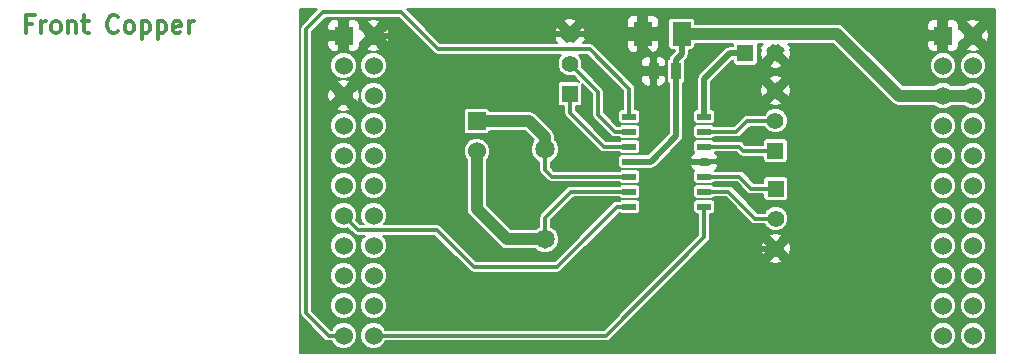
<source format=gtl>
G04 (created by PCBNEW (2013-mar-13)-testing) date Fri 31 May 2013 15:23:22 BST*
%MOIN*%
G04 Gerber Fmt 3.4, Leading zero omitted, Abs format*
%FSLAX34Y34*%
G01*
G70*
G90*
G04 APERTURE LIST*
%ADD10C,0.006000*%
%ADD11C,0.011811*%
%ADD12R,0.035000X0.055000*%
%ADD13R,0.060000X0.080000*%
%ADD14R,0.060000X0.060000*%
%ADD15C,0.060000*%
%ADD16C,0.065000*%
%ADD17R,0.045000X0.020000*%
%ADD18R,0.055000X0.055000*%
%ADD19C,0.055000*%
%ADD20C,0.035433*%
%ADD21C,0.039370*%
%ADD22C,0.019685*%
%ADD23C,0.007874*%
G04 APERTURE END LIST*
G54D10*
G54D11*
X28484Y-33481D02*
X28287Y-33481D01*
X28287Y-33790D02*
X28287Y-33200D01*
X28568Y-33200D01*
X28793Y-33790D02*
X28793Y-33397D01*
X28793Y-33509D02*
X28821Y-33453D01*
X28849Y-33425D01*
X28906Y-33397D01*
X28962Y-33397D01*
X29243Y-33790D02*
X29187Y-33762D01*
X29159Y-33734D01*
X29131Y-33678D01*
X29131Y-33509D01*
X29159Y-33453D01*
X29187Y-33425D01*
X29243Y-33397D01*
X29327Y-33397D01*
X29384Y-33425D01*
X29412Y-33453D01*
X29440Y-33509D01*
X29440Y-33678D01*
X29412Y-33734D01*
X29384Y-33762D01*
X29327Y-33790D01*
X29243Y-33790D01*
X29693Y-33397D02*
X29693Y-33790D01*
X29693Y-33453D02*
X29721Y-33425D01*
X29777Y-33397D01*
X29862Y-33397D01*
X29918Y-33425D01*
X29946Y-33481D01*
X29946Y-33790D01*
X30143Y-33397D02*
X30368Y-33397D01*
X30227Y-33200D02*
X30227Y-33706D01*
X30255Y-33762D01*
X30312Y-33790D01*
X30368Y-33790D01*
X31352Y-33734D02*
X31324Y-33762D01*
X31240Y-33790D01*
X31183Y-33790D01*
X31099Y-33762D01*
X31043Y-33706D01*
X31015Y-33650D01*
X30987Y-33537D01*
X30987Y-33453D01*
X31015Y-33340D01*
X31043Y-33284D01*
X31099Y-33228D01*
X31183Y-33200D01*
X31240Y-33200D01*
X31324Y-33228D01*
X31352Y-33256D01*
X31690Y-33790D02*
X31633Y-33762D01*
X31605Y-33734D01*
X31577Y-33678D01*
X31577Y-33509D01*
X31605Y-33453D01*
X31633Y-33425D01*
X31690Y-33397D01*
X31774Y-33397D01*
X31830Y-33425D01*
X31858Y-33453D01*
X31886Y-33509D01*
X31886Y-33678D01*
X31858Y-33734D01*
X31830Y-33762D01*
X31774Y-33790D01*
X31690Y-33790D01*
X32140Y-33397D02*
X32140Y-33987D01*
X32140Y-33425D02*
X32196Y-33397D01*
X32308Y-33397D01*
X32365Y-33425D01*
X32393Y-33453D01*
X32421Y-33509D01*
X32421Y-33678D01*
X32393Y-33734D01*
X32365Y-33762D01*
X32308Y-33790D01*
X32196Y-33790D01*
X32140Y-33762D01*
X32674Y-33397D02*
X32674Y-33987D01*
X32674Y-33425D02*
X32730Y-33397D01*
X32843Y-33397D01*
X32899Y-33425D01*
X32927Y-33453D01*
X32955Y-33509D01*
X32955Y-33678D01*
X32927Y-33734D01*
X32899Y-33762D01*
X32843Y-33790D01*
X32730Y-33790D01*
X32674Y-33762D01*
X33433Y-33762D02*
X33377Y-33790D01*
X33264Y-33790D01*
X33208Y-33762D01*
X33180Y-33706D01*
X33180Y-33481D01*
X33208Y-33425D01*
X33264Y-33397D01*
X33377Y-33397D01*
X33433Y-33425D01*
X33461Y-33481D01*
X33461Y-33537D01*
X33180Y-33593D01*
X33714Y-33790D02*
X33714Y-33397D01*
X33714Y-33509D02*
X33742Y-33453D01*
X33771Y-33425D01*
X33827Y-33397D01*
X33883Y-33397D01*
G54D12*
X49951Y-35059D03*
X49201Y-35059D03*
G54D13*
X50138Y-33809D03*
X48838Y-33809D03*
G54D14*
X38870Y-33870D03*
G54D15*
X39870Y-33870D03*
X38870Y-34870D03*
X39870Y-34870D03*
X38870Y-35870D03*
X39870Y-35870D03*
X38870Y-36870D03*
X39870Y-36870D03*
X38870Y-37870D03*
X39870Y-37870D03*
X38870Y-38870D03*
X39870Y-38870D03*
X38870Y-39870D03*
X39870Y-39870D03*
X38870Y-40870D03*
X39870Y-40870D03*
X38870Y-41870D03*
X39870Y-41870D03*
X38870Y-42870D03*
X39870Y-42870D03*
X38870Y-43870D03*
X39870Y-43870D03*
G54D14*
X43307Y-36724D03*
G54D15*
X43307Y-37724D03*
G54D14*
X58850Y-33870D03*
G54D15*
X59850Y-33870D03*
X58850Y-34870D03*
X59850Y-34870D03*
X58850Y-35870D03*
X59850Y-35870D03*
X58850Y-36870D03*
X59850Y-36870D03*
X58850Y-37870D03*
X59850Y-37870D03*
X58850Y-38870D03*
X59850Y-38870D03*
X58850Y-39870D03*
X59850Y-39870D03*
X58850Y-40870D03*
X59850Y-40870D03*
X58850Y-41870D03*
X59850Y-41870D03*
X58850Y-42870D03*
X59850Y-42870D03*
X58850Y-43870D03*
X59850Y-43870D03*
G54D16*
X45590Y-37663D03*
X45590Y-40663D03*
G54D17*
X48394Y-36570D03*
X48394Y-37070D03*
X48394Y-37570D03*
X48394Y-38070D03*
X48394Y-38570D03*
X48394Y-39070D03*
X48394Y-39570D03*
X50894Y-39570D03*
X50894Y-39070D03*
X50894Y-38070D03*
X50894Y-37570D03*
X50894Y-37070D03*
X50894Y-36570D03*
X50894Y-38570D03*
G54D18*
X46417Y-35812D03*
G54D19*
X46417Y-34812D03*
X46417Y-33812D03*
G54D18*
X52265Y-34458D03*
G54D19*
X53265Y-34458D03*
G54D18*
X53267Y-37712D03*
G54D19*
X53267Y-36712D03*
X53267Y-35712D03*
G54D18*
X53277Y-38970D03*
G54D19*
X53277Y-39970D03*
X53277Y-40970D03*
G54D20*
X42706Y-34803D03*
X42706Y-33809D03*
X41624Y-39753D03*
X41624Y-40846D03*
X41624Y-44261D03*
X41624Y-43366D03*
X47480Y-38011D03*
X51555Y-40393D03*
X50088Y-40393D03*
X50029Y-37834D03*
X49202Y-37017D03*
G54D11*
X38870Y-39870D02*
X38870Y-39883D01*
X47998Y-39570D02*
X48394Y-39570D01*
X45984Y-41584D02*
X47998Y-39570D01*
X43208Y-41584D02*
X45984Y-41584D01*
X41978Y-40354D02*
X43208Y-41584D01*
X39340Y-40354D02*
X41978Y-40354D01*
X38870Y-39883D02*
X39340Y-40354D01*
X48394Y-36570D02*
X48394Y-35638D01*
X38368Y-43870D02*
X38870Y-43870D01*
X37618Y-43120D02*
X38368Y-43870D01*
X37618Y-33661D02*
X37618Y-43120D01*
X38188Y-33090D02*
X37618Y-33661D01*
X40787Y-33090D02*
X38188Y-33090D01*
X42017Y-34320D02*
X40787Y-33090D01*
X47076Y-34320D02*
X42017Y-34320D01*
X48394Y-35638D02*
X47076Y-34320D01*
X39870Y-43870D02*
X47625Y-43870D01*
X50894Y-40601D02*
X50894Y-39570D01*
X47625Y-43870D02*
X50894Y-40601D01*
G54D21*
X43307Y-36724D02*
X45061Y-36724D01*
X45590Y-37253D02*
X45590Y-37663D01*
X45061Y-36724D02*
X45590Y-37253D01*
G54D11*
X48394Y-38570D02*
X45814Y-38570D01*
X45590Y-38346D02*
X45590Y-37663D01*
X45814Y-38570D02*
X45590Y-38346D01*
G54D21*
X43307Y-37724D02*
X43307Y-39665D01*
X44305Y-40663D02*
X45590Y-40663D01*
X43307Y-39665D02*
X44305Y-40663D01*
G54D11*
X48394Y-39070D02*
X46460Y-39070D01*
X45590Y-39940D02*
X45590Y-40663D01*
X46460Y-39070D02*
X45590Y-39940D01*
G54D22*
X46417Y-33812D02*
X42710Y-33812D01*
X42706Y-34803D02*
X42706Y-35708D01*
X42710Y-33812D02*
X42706Y-33809D01*
X42706Y-35708D02*
X42706Y-35748D01*
X42706Y-35748D02*
X42706Y-35708D01*
X41624Y-40846D02*
X41624Y-43366D01*
X42283Y-39094D02*
X41624Y-39753D01*
X42283Y-35708D02*
X42283Y-39094D01*
X39870Y-33870D02*
X40435Y-33870D01*
X42706Y-35708D02*
X44901Y-35708D01*
X44901Y-35708D02*
X47204Y-38011D01*
X47204Y-38011D02*
X47480Y-38011D01*
X42273Y-35708D02*
X42283Y-35708D01*
X42283Y-35708D02*
X42706Y-35708D01*
X40435Y-33870D02*
X42273Y-35708D01*
X50029Y-37834D02*
X50029Y-40334D01*
X52131Y-40970D02*
X53277Y-40970D01*
X51555Y-40393D02*
X52131Y-40970D01*
X50029Y-40334D02*
X50088Y-40393D01*
X49201Y-35059D02*
X49201Y-37016D01*
X50265Y-38070D02*
X50894Y-38070D01*
X50029Y-37834D02*
X50265Y-38070D01*
X49201Y-37016D02*
X49202Y-37017D01*
X48838Y-33809D02*
X46421Y-33809D01*
X46421Y-33809D02*
X46417Y-33812D01*
X49201Y-35059D02*
X49201Y-34615D01*
X48838Y-34251D02*
X48838Y-33809D01*
X49201Y-34615D02*
X48838Y-34251D01*
G54D11*
X48394Y-37570D02*
X47551Y-37570D01*
X46417Y-36437D02*
X46417Y-35812D01*
X47551Y-37570D02*
X46417Y-36437D01*
X48394Y-37070D02*
X47917Y-37070D01*
X47352Y-35748D02*
X46417Y-34812D01*
X47352Y-36505D02*
X47352Y-35748D01*
X47917Y-37070D02*
X47352Y-36505D01*
X53267Y-37712D02*
X52181Y-37712D01*
X52039Y-37570D02*
X50894Y-37570D01*
X52181Y-37712D02*
X52039Y-37570D01*
X53267Y-36712D02*
X52322Y-36712D01*
X51964Y-37070D02*
X50894Y-37070D01*
X52322Y-36712D02*
X51964Y-37070D01*
G54D22*
X50894Y-36570D02*
X50894Y-35315D01*
X51751Y-34458D02*
X52265Y-34458D01*
X50894Y-35315D02*
X51751Y-34458D01*
G54D11*
X53277Y-38970D02*
X52464Y-38970D01*
X52064Y-38570D02*
X50894Y-38570D01*
X52464Y-38970D02*
X52064Y-38570D01*
X53277Y-39970D02*
X52598Y-39970D01*
X51698Y-39070D02*
X50894Y-39070D01*
X52598Y-39970D02*
X51698Y-39070D01*
G54D22*
X48394Y-38070D02*
X49104Y-38070D01*
X49951Y-37223D02*
X49951Y-35059D01*
X49104Y-38070D02*
X49951Y-37223D01*
X49951Y-35059D02*
X49951Y-34684D01*
X50138Y-34497D02*
X50138Y-33809D01*
X49951Y-34684D02*
X50138Y-34497D01*
G54D21*
X59850Y-35870D02*
X58850Y-35870D01*
X58850Y-35870D02*
X57375Y-35870D01*
X55314Y-33809D02*
X50138Y-33809D01*
X57375Y-35870D02*
X55314Y-33809D01*
G54D10*
G36*
X60590Y-44458D02*
X60396Y-44458D01*
X60396Y-33846D01*
X60363Y-33682D01*
X60284Y-33648D01*
X60072Y-33860D01*
X60072Y-33435D01*
X60038Y-33356D01*
X59827Y-33323D01*
X59662Y-33356D01*
X59628Y-33435D01*
X59850Y-33657D01*
X60072Y-33435D01*
X60072Y-33860D01*
X60062Y-33870D01*
X60284Y-34092D01*
X60363Y-34057D01*
X60396Y-33846D01*
X60396Y-44458D01*
X60288Y-44458D01*
X60288Y-43783D01*
X60288Y-42783D01*
X60288Y-41783D01*
X60288Y-40783D01*
X60288Y-39783D01*
X60288Y-38783D01*
X60288Y-37783D01*
X60288Y-36783D01*
X60288Y-35783D01*
X60288Y-34783D01*
X60221Y-34622D01*
X60098Y-34499D01*
X60072Y-34488D01*
X60072Y-34304D01*
X59850Y-34082D01*
X59638Y-34294D01*
X59638Y-33870D01*
X59416Y-33648D01*
X59386Y-33660D01*
X59386Y-33523D01*
X59350Y-33436D01*
X59284Y-33369D01*
X59197Y-33333D01*
X59103Y-33333D01*
X59059Y-33333D01*
X59000Y-33392D01*
X59000Y-33720D01*
X59114Y-33720D01*
X59114Y-34020D01*
X59000Y-34020D01*
X59000Y-34347D01*
X59059Y-34406D01*
X59103Y-34406D01*
X59197Y-34406D01*
X59284Y-34370D01*
X59350Y-34303D01*
X59386Y-34216D01*
X59386Y-34079D01*
X59416Y-34092D01*
X59638Y-33870D01*
X59638Y-34294D01*
X59628Y-34304D01*
X59662Y-34383D01*
X59873Y-34416D01*
X60038Y-34383D01*
X60072Y-34304D01*
X60072Y-34488D01*
X59937Y-34432D01*
X59763Y-34432D01*
X59602Y-34498D01*
X59479Y-34621D01*
X59412Y-34782D01*
X59412Y-34956D01*
X59479Y-35117D01*
X59602Y-35241D01*
X59762Y-35307D01*
X59937Y-35307D01*
X60098Y-35241D01*
X60221Y-35118D01*
X60288Y-34957D01*
X60288Y-34783D01*
X60288Y-35783D01*
X60221Y-35622D01*
X60098Y-35499D01*
X59937Y-35432D01*
X59763Y-35432D01*
X59602Y-35498D01*
X59565Y-35535D01*
X59288Y-35535D01*
X59288Y-34783D01*
X59221Y-34622D01*
X59098Y-34499D01*
X58937Y-34432D01*
X58763Y-34432D01*
X58700Y-34458D01*
X58700Y-34347D01*
X58700Y-34020D01*
X58700Y-33720D01*
X58700Y-33392D01*
X58641Y-33333D01*
X58597Y-33333D01*
X58503Y-33333D01*
X58416Y-33369D01*
X58350Y-33436D01*
X58314Y-33523D01*
X58314Y-33661D01*
X58373Y-33720D01*
X58700Y-33720D01*
X58700Y-34020D01*
X58373Y-34020D01*
X58314Y-34079D01*
X58314Y-34216D01*
X58350Y-34303D01*
X58416Y-34370D01*
X58503Y-34406D01*
X58597Y-34406D01*
X58641Y-34406D01*
X58700Y-34347D01*
X58700Y-34458D01*
X58602Y-34498D01*
X58479Y-34621D01*
X58412Y-34782D01*
X58412Y-34956D01*
X58479Y-35117D01*
X58602Y-35241D01*
X58762Y-35307D01*
X58937Y-35307D01*
X59098Y-35241D01*
X59221Y-35118D01*
X59288Y-34957D01*
X59288Y-34783D01*
X59288Y-35535D01*
X59134Y-35535D01*
X59098Y-35499D01*
X58937Y-35432D01*
X58763Y-35432D01*
X58602Y-35498D01*
X58565Y-35535D01*
X57514Y-35535D01*
X55551Y-33572D01*
X55443Y-33499D01*
X55314Y-33474D01*
X50576Y-33474D01*
X50576Y-33381D01*
X50555Y-33331D01*
X50516Y-33292D01*
X50465Y-33271D01*
X50410Y-33271D01*
X49810Y-33271D01*
X49760Y-33292D01*
X49721Y-33330D01*
X49700Y-33381D01*
X49700Y-33436D01*
X49700Y-34236D01*
X49721Y-34287D01*
X49760Y-34325D01*
X49810Y-34346D01*
X49865Y-34346D01*
X49901Y-34346D01*
X49901Y-34399D01*
X49784Y-34517D01*
X49733Y-34593D01*
X49720Y-34658D01*
X49698Y-34667D01*
X49660Y-34705D01*
X49639Y-34756D01*
X49638Y-34811D01*
X49638Y-35361D01*
X49659Y-35412D01*
X49698Y-35450D01*
X49715Y-35457D01*
X49715Y-37125D01*
X49613Y-37228D01*
X49613Y-35287D01*
X49613Y-34830D01*
X49612Y-34736D01*
X49576Y-34650D01*
X49510Y-34583D01*
X49423Y-34547D01*
X49374Y-34547D01*
X49374Y-34162D01*
X49374Y-33455D01*
X49374Y-33361D01*
X49338Y-33275D01*
X49271Y-33208D01*
X49184Y-33172D01*
X49047Y-33172D01*
X48988Y-33231D01*
X48988Y-33609D01*
X49315Y-33609D01*
X49374Y-33550D01*
X49374Y-33455D01*
X49374Y-34162D01*
X49374Y-34068D01*
X49315Y-34009D01*
X48988Y-34009D01*
X48988Y-34386D01*
X49047Y-34445D01*
X49184Y-34445D01*
X49271Y-34409D01*
X49338Y-34343D01*
X49374Y-34256D01*
X49374Y-34162D01*
X49374Y-34547D01*
X49348Y-34547D01*
X49289Y-34606D01*
X49289Y-34921D01*
X49553Y-34921D01*
X49612Y-34862D01*
X49613Y-34830D01*
X49613Y-35287D01*
X49612Y-35255D01*
X49553Y-35196D01*
X49289Y-35196D01*
X49289Y-35511D01*
X49348Y-35570D01*
X49423Y-35570D01*
X49510Y-35534D01*
X49576Y-35468D01*
X49612Y-35381D01*
X49613Y-35287D01*
X49613Y-37228D01*
X49114Y-37726D01*
X49114Y-35511D01*
X49114Y-35196D01*
X49114Y-34921D01*
X49114Y-34606D01*
X49055Y-34547D01*
X48979Y-34547D01*
X48893Y-34583D01*
X48826Y-34650D01*
X48790Y-34736D01*
X48790Y-34830D01*
X48790Y-34862D01*
X48849Y-34921D01*
X49114Y-34921D01*
X49114Y-35196D01*
X48849Y-35196D01*
X48790Y-35255D01*
X48790Y-35287D01*
X48790Y-35381D01*
X48826Y-35468D01*
X48893Y-35534D01*
X48979Y-35570D01*
X49055Y-35570D01*
X49114Y-35511D01*
X49114Y-37726D01*
X49006Y-37834D01*
X48651Y-37834D01*
X48647Y-37833D01*
X48592Y-37833D01*
X48142Y-37833D01*
X48091Y-37853D01*
X48053Y-37892D01*
X48032Y-37943D01*
X48032Y-37998D01*
X48032Y-38198D01*
X48052Y-38248D01*
X48091Y-38287D01*
X48142Y-38308D01*
X48197Y-38308D01*
X48647Y-38308D01*
X48651Y-38307D01*
X49104Y-38307D01*
X49194Y-38289D01*
X49271Y-38237D01*
X50118Y-37390D01*
X50170Y-37313D01*
X50187Y-37223D01*
X50187Y-35457D01*
X50204Y-35450D01*
X50243Y-35412D01*
X50264Y-35361D01*
X50264Y-35306D01*
X50264Y-34756D01*
X50249Y-34720D01*
X50305Y-34664D01*
X50356Y-34588D01*
X50374Y-34497D01*
X50374Y-34346D01*
X50465Y-34346D01*
X50516Y-34325D01*
X50554Y-34287D01*
X50575Y-34236D01*
X50576Y-34181D01*
X50576Y-34143D01*
X51858Y-34143D01*
X51852Y-34156D01*
X51852Y-34210D01*
X51852Y-34222D01*
X51751Y-34222D01*
X51661Y-34240D01*
X51584Y-34291D01*
X50727Y-35148D01*
X50676Y-35225D01*
X50658Y-35315D01*
X50658Y-36333D01*
X50642Y-36333D01*
X50591Y-36353D01*
X50553Y-36392D01*
X50532Y-36443D01*
X50532Y-36498D01*
X50532Y-36698D01*
X50552Y-36748D01*
X50591Y-36787D01*
X50642Y-36808D01*
X50697Y-36808D01*
X51147Y-36808D01*
X51197Y-36787D01*
X51236Y-36749D01*
X51257Y-36698D01*
X51257Y-36643D01*
X51257Y-36443D01*
X51236Y-36392D01*
X51198Y-36354D01*
X51147Y-36333D01*
X51131Y-36333D01*
X51131Y-35413D01*
X51849Y-34694D01*
X51852Y-34694D01*
X51852Y-34760D01*
X51873Y-34811D01*
X51912Y-34850D01*
X51963Y-34871D01*
X52018Y-34871D01*
X52568Y-34871D01*
X52618Y-34850D01*
X52657Y-34811D01*
X52678Y-34761D01*
X52678Y-34706D01*
X52678Y-34156D01*
X52673Y-34143D01*
X52844Y-34143D01*
X52716Y-34271D01*
X52769Y-34324D01*
X52744Y-34474D01*
X52778Y-34642D01*
X52856Y-34673D01*
X53071Y-34458D01*
X52982Y-34369D01*
X53176Y-34174D01*
X53265Y-34264D01*
X53355Y-34174D01*
X53549Y-34369D01*
X53460Y-34458D01*
X53674Y-34673D01*
X53753Y-34642D01*
X53786Y-34442D01*
X53763Y-34323D01*
X53814Y-34271D01*
X53686Y-34143D01*
X55176Y-34143D01*
X57139Y-36106D01*
X57247Y-36179D01*
X57375Y-36204D01*
X58565Y-36204D01*
X58602Y-36241D01*
X58762Y-36307D01*
X58937Y-36307D01*
X59098Y-36241D01*
X59134Y-36204D01*
X59565Y-36204D01*
X59602Y-36241D01*
X59762Y-36307D01*
X59937Y-36307D01*
X60098Y-36241D01*
X60221Y-36118D01*
X60288Y-35957D01*
X60288Y-35783D01*
X60288Y-36783D01*
X60221Y-36622D01*
X60098Y-36499D01*
X59937Y-36432D01*
X59763Y-36432D01*
X59602Y-36498D01*
X59479Y-36621D01*
X59412Y-36782D01*
X59412Y-36956D01*
X59479Y-37117D01*
X59602Y-37241D01*
X59762Y-37307D01*
X59937Y-37307D01*
X60098Y-37241D01*
X60221Y-37118D01*
X60288Y-36957D01*
X60288Y-36783D01*
X60288Y-37783D01*
X60221Y-37622D01*
X60098Y-37499D01*
X59937Y-37432D01*
X59763Y-37432D01*
X59602Y-37498D01*
X59479Y-37621D01*
X59412Y-37782D01*
X59412Y-37956D01*
X59479Y-38117D01*
X59602Y-38241D01*
X59762Y-38307D01*
X59937Y-38307D01*
X60098Y-38241D01*
X60221Y-38118D01*
X60288Y-37957D01*
X60288Y-37783D01*
X60288Y-38783D01*
X60221Y-38622D01*
X60098Y-38499D01*
X59937Y-38432D01*
X59763Y-38432D01*
X59602Y-38498D01*
X59479Y-38621D01*
X59412Y-38782D01*
X59412Y-38956D01*
X59479Y-39117D01*
X59602Y-39241D01*
X59762Y-39307D01*
X59937Y-39307D01*
X60098Y-39241D01*
X60221Y-39118D01*
X60288Y-38957D01*
X60288Y-38783D01*
X60288Y-39783D01*
X60221Y-39622D01*
X60098Y-39499D01*
X59937Y-39432D01*
X59763Y-39432D01*
X59602Y-39498D01*
X59479Y-39621D01*
X59412Y-39782D01*
X59412Y-39956D01*
X59479Y-40117D01*
X59602Y-40241D01*
X59762Y-40307D01*
X59937Y-40307D01*
X60098Y-40241D01*
X60221Y-40118D01*
X60288Y-39957D01*
X60288Y-39783D01*
X60288Y-40783D01*
X60221Y-40622D01*
X60098Y-40499D01*
X59937Y-40432D01*
X59763Y-40432D01*
X59602Y-40498D01*
X59479Y-40621D01*
X59412Y-40782D01*
X59412Y-40956D01*
X59479Y-41117D01*
X59602Y-41241D01*
X59762Y-41307D01*
X59937Y-41307D01*
X60098Y-41241D01*
X60221Y-41118D01*
X60288Y-40957D01*
X60288Y-40783D01*
X60288Y-41783D01*
X60221Y-41622D01*
X60098Y-41499D01*
X59937Y-41432D01*
X59763Y-41432D01*
X59602Y-41498D01*
X59479Y-41621D01*
X59412Y-41782D01*
X59412Y-41956D01*
X59479Y-42117D01*
X59602Y-42241D01*
X59762Y-42307D01*
X59937Y-42307D01*
X60098Y-42241D01*
X60221Y-42118D01*
X60288Y-41957D01*
X60288Y-41783D01*
X60288Y-42783D01*
X60221Y-42622D01*
X60098Y-42499D01*
X59937Y-42432D01*
X59763Y-42432D01*
X59602Y-42498D01*
X59479Y-42621D01*
X59412Y-42782D01*
X59412Y-42956D01*
X59479Y-43117D01*
X59602Y-43241D01*
X59762Y-43307D01*
X59937Y-43307D01*
X60098Y-43241D01*
X60221Y-43118D01*
X60288Y-42957D01*
X60288Y-42783D01*
X60288Y-43783D01*
X60221Y-43622D01*
X60098Y-43499D01*
X59937Y-43432D01*
X59763Y-43432D01*
X59602Y-43498D01*
X59479Y-43621D01*
X59412Y-43782D01*
X59412Y-43956D01*
X59479Y-44117D01*
X59602Y-44241D01*
X59762Y-44307D01*
X59937Y-44307D01*
X60098Y-44241D01*
X60221Y-44118D01*
X60288Y-43957D01*
X60288Y-43783D01*
X60288Y-44458D01*
X59288Y-44458D01*
X59288Y-43783D01*
X59288Y-42783D01*
X59288Y-41783D01*
X59288Y-40783D01*
X59288Y-39783D01*
X59288Y-38783D01*
X59288Y-37783D01*
X59288Y-36783D01*
X59221Y-36622D01*
X59098Y-36499D01*
X58937Y-36432D01*
X58763Y-36432D01*
X58602Y-36498D01*
X58479Y-36621D01*
X58412Y-36782D01*
X58412Y-36956D01*
X58479Y-37117D01*
X58602Y-37241D01*
X58762Y-37307D01*
X58937Y-37307D01*
X59098Y-37241D01*
X59221Y-37118D01*
X59288Y-36957D01*
X59288Y-36783D01*
X59288Y-37783D01*
X59221Y-37622D01*
X59098Y-37499D01*
X58937Y-37432D01*
X58763Y-37432D01*
X58602Y-37498D01*
X58479Y-37621D01*
X58412Y-37782D01*
X58412Y-37956D01*
X58479Y-38117D01*
X58602Y-38241D01*
X58762Y-38307D01*
X58937Y-38307D01*
X59098Y-38241D01*
X59221Y-38118D01*
X59288Y-37957D01*
X59288Y-37783D01*
X59288Y-38783D01*
X59221Y-38622D01*
X59098Y-38499D01*
X58937Y-38432D01*
X58763Y-38432D01*
X58602Y-38498D01*
X58479Y-38621D01*
X58412Y-38782D01*
X58412Y-38956D01*
X58479Y-39117D01*
X58602Y-39241D01*
X58762Y-39307D01*
X58937Y-39307D01*
X59098Y-39241D01*
X59221Y-39118D01*
X59288Y-38957D01*
X59288Y-38783D01*
X59288Y-39783D01*
X59221Y-39622D01*
X59098Y-39499D01*
X58937Y-39432D01*
X58763Y-39432D01*
X58602Y-39498D01*
X58479Y-39621D01*
X58412Y-39782D01*
X58412Y-39956D01*
X58479Y-40117D01*
X58602Y-40241D01*
X58762Y-40307D01*
X58937Y-40307D01*
X59098Y-40241D01*
X59221Y-40118D01*
X59288Y-39957D01*
X59288Y-39783D01*
X59288Y-40783D01*
X59221Y-40622D01*
X59098Y-40499D01*
X58937Y-40432D01*
X58763Y-40432D01*
X58602Y-40498D01*
X58479Y-40621D01*
X58412Y-40782D01*
X58412Y-40956D01*
X58479Y-41117D01*
X58602Y-41241D01*
X58762Y-41307D01*
X58937Y-41307D01*
X59098Y-41241D01*
X59221Y-41118D01*
X59288Y-40957D01*
X59288Y-40783D01*
X59288Y-41783D01*
X59221Y-41622D01*
X59098Y-41499D01*
X58937Y-41432D01*
X58763Y-41432D01*
X58602Y-41498D01*
X58479Y-41621D01*
X58412Y-41782D01*
X58412Y-41956D01*
X58479Y-42117D01*
X58602Y-42241D01*
X58762Y-42307D01*
X58937Y-42307D01*
X59098Y-42241D01*
X59221Y-42118D01*
X59288Y-41957D01*
X59288Y-41783D01*
X59288Y-42783D01*
X59221Y-42622D01*
X59098Y-42499D01*
X58937Y-42432D01*
X58763Y-42432D01*
X58602Y-42498D01*
X58479Y-42621D01*
X58412Y-42782D01*
X58412Y-42956D01*
X58479Y-43117D01*
X58602Y-43241D01*
X58762Y-43307D01*
X58937Y-43307D01*
X59098Y-43241D01*
X59221Y-43118D01*
X59288Y-42957D01*
X59288Y-42783D01*
X59288Y-43783D01*
X59221Y-43622D01*
X59098Y-43499D01*
X58937Y-43432D01*
X58763Y-43432D01*
X58602Y-43498D01*
X58479Y-43621D01*
X58412Y-43782D01*
X58412Y-43956D01*
X58479Y-44117D01*
X58602Y-44241D01*
X58762Y-44307D01*
X58937Y-44307D01*
X59098Y-44241D01*
X59221Y-44118D01*
X59288Y-43957D01*
X59288Y-43783D01*
X59288Y-44458D01*
X53798Y-44458D01*
X53798Y-40954D01*
X53788Y-40904D01*
X53788Y-35696D01*
X53786Y-35686D01*
X53755Y-35528D01*
X53676Y-35497D01*
X53482Y-35692D01*
X53482Y-35303D01*
X53480Y-35298D01*
X53480Y-34867D01*
X53265Y-34653D01*
X53071Y-34847D01*
X53050Y-34867D01*
X53081Y-34946D01*
X53282Y-34979D01*
X53450Y-34946D01*
X53480Y-34867D01*
X53480Y-35298D01*
X53451Y-35225D01*
X53251Y-35191D01*
X53083Y-35225D01*
X53052Y-35303D01*
X53267Y-35518D01*
X53482Y-35303D01*
X53482Y-35692D01*
X53462Y-35712D01*
X53676Y-35927D01*
X53755Y-35896D01*
X53788Y-35696D01*
X53788Y-40904D01*
X53765Y-40786D01*
X53690Y-40757D01*
X53690Y-39888D01*
X53690Y-39888D01*
X53690Y-39218D01*
X53690Y-38668D01*
X53680Y-38644D01*
X53680Y-36630D01*
X53617Y-36479D01*
X53501Y-36362D01*
X53482Y-36354D01*
X53482Y-36121D01*
X53267Y-35907D01*
X53073Y-36101D01*
X53073Y-35712D01*
X52858Y-35497D01*
X52780Y-35528D01*
X52746Y-35728D01*
X52780Y-35896D01*
X52858Y-35927D01*
X53073Y-35712D01*
X53073Y-36101D01*
X53052Y-36121D01*
X53083Y-36200D01*
X53284Y-36233D01*
X53451Y-36200D01*
X53482Y-36121D01*
X53482Y-36354D01*
X53350Y-36299D01*
X53185Y-36299D01*
X53034Y-36362D01*
X52917Y-36478D01*
X52902Y-36515D01*
X52322Y-36515D01*
X52247Y-36530D01*
X52183Y-36573D01*
X51883Y-36874D01*
X51217Y-36874D01*
X51198Y-36854D01*
X51147Y-36833D01*
X51092Y-36833D01*
X50642Y-36833D01*
X50591Y-36853D01*
X50553Y-36892D01*
X50532Y-36943D01*
X50532Y-36998D01*
X50532Y-37198D01*
X50552Y-37248D01*
X50591Y-37287D01*
X50642Y-37308D01*
X50697Y-37308D01*
X51147Y-37308D01*
X51197Y-37287D01*
X51217Y-37267D01*
X51964Y-37267D01*
X51964Y-37267D01*
X52039Y-37252D01*
X52103Y-37210D01*
X52404Y-36909D01*
X52902Y-36909D01*
X52917Y-36946D01*
X53033Y-37062D01*
X53185Y-37125D01*
X53349Y-37125D01*
X53501Y-37062D01*
X53617Y-36946D01*
X53680Y-36795D01*
X53680Y-36630D01*
X53680Y-38644D01*
X53680Y-38644D01*
X53680Y-37960D01*
X53680Y-37410D01*
X53659Y-37359D01*
X53620Y-37320D01*
X53570Y-37299D01*
X53515Y-37299D01*
X52965Y-37299D01*
X52914Y-37320D01*
X52875Y-37359D01*
X52854Y-37410D01*
X52854Y-37464D01*
X52854Y-37515D01*
X52262Y-37515D01*
X52178Y-37431D01*
X52114Y-37389D01*
X52039Y-37374D01*
X51217Y-37374D01*
X51198Y-37354D01*
X51147Y-37333D01*
X51092Y-37333D01*
X50642Y-37333D01*
X50591Y-37353D01*
X50553Y-37392D01*
X50532Y-37443D01*
X50532Y-37498D01*
X50532Y-37698D01*
X50552Y-37748D01*
X50563Y-37759D01*
X50535Y-37770D01*
X50469Y-37837D01*
X50433Y-37924D01*
X50433Y-37961D01*
X50492Y-38020D01*
X50782Y-38020D01*
X50782Y-37970D01*
X51007Y-37970D01*
X51007Y-38020D01*
X51297Y-38020D01*
X51356Y-37961D01*
X51356Y-37924D01*
X51320Y-37837D01*
X51253Y-37770D01*
X51246Y-37767D01*
X51957Y-37767D01*
X52041Y-37851D01*
X52105Y-37894D01*
X52181Y-37909D01*
X52854Y-37909D01*
X52854Y-38014D01*
X52875Y-38065D01*
X52914Y-38104D01*
X52965Y-38125D01*
X53020Y-38125D01*
X53570Y-38125D01*
X53620Y-38104D01*
X53659Y-38065D01*
X53680Y-38015D01*
X53680Y-37960D01*
X53680Y-38644D01*
X53669Y-38617D01*
X53630Y-38578D01*
X53580Y-38557D01*
X53525Y-38557D01*
X52975Y-38557D01*
X52924Y-38578D01*
X52885Y-38617D01*
X52864Y-38667D01*
X52864Y-38722D01*
X52864Y-38773D01*
X52546Y-38773D01*
X52204Y-38431D01*
X52140Y-38389D01*
X52064Y-38374D01*
X51246Y-38374D01*
X51253Y-38371D01*
X51320Y-38304D01*
X51356Y-38217D01*
X51356Y-38179D01*
X51297Y-38120D01*
X51007Y-38120D01*
X51007Y-38170D01*
X50782Y-38170D01*
X50782Y-38120D01*
X50492Y-38120D01*
X50433Y-38179D01*
X50433Y-38217D01*
X50469Y-38304D01*
X50535Y-38371D01*
X50563Y-38382D01*
X50553Y-38392D01*
X50532Y-38443D01*
X50532Y-38498D01*
X50532Y-38698D01*
X50552Y-38748D01*
X50591Y-38787D01*
X50642Y-38808D01*
X50697Y-38808D01*
X51147Y-38808D01*
X51197Y-38787D01*
X51217Y-38767D01*
X51983Y-38767D01*
X52325Y-39109D01*
X52389Y-39152D01*
X52464Y-39167D01*
X52864Y-39167D01*
X52864Y-39272D01*
X52885Y-39323D01*
X52924Y-39362D01*
X52975Y-39383D01*
X53029Y-39383D01*
X53579Y-39383D01*
X53630Y-39362D01*
X53669Y-39323D01*
X53690Y-39273D01*
X53690Y-39218D01*
X53690Y-39888D01*
X53627Y-39736D01*
X53511Y-39620D01*
X53360Y-39557D01*
X53195Y-39557D01*
X53044Y-39620D01*
X52927Y-39736D01*
X52912Y-39773D01*
X52679Y-39773D01*
X51838Y-38931D01*
X51774Y-38889D01*
X51698Y-38874D01*
X51217Y-38874D01*
X51198Y-38854D01*
X51147Y-38833D01*
X51092Y-38833D01*
X50642Y-38833D01*
X50591Y-38853D01*
X50553Y-38892D01*
X50532Y-38943D01*
X50532Y-38998D01*
X50532Y-39198D01*
X50552Y-39248D01*
X50591Y-39287D01*
X50642Y-39308D01*
X50697Y-39308D01*
X51147Y-39308D01*
X51197Y-39287D01*
X51217Y-39267D01*
X51617Y-39267D01*
X52459Y-40109D01*
X52523Y-40152D01*
X52598Y-40167D01*
X52912Y-40167D01*
X52927Y-40203D01*
X53043Y-40320D01*
X53195Y-40383D01*
X53359Y-40383D01*
X53511Y-40320D01*
X53627Y-40204D01*
X53690Y-40052D01*
X53690Y-39888D01*
X53690Y-40757D01*
X53686Y-40755D01*
X53492Y-40950D01*
X53492Y-40561D01*
X53461Y-40482D01*
X53261Y-40449D01*
X53093Y-40482D01*
X53062Y-40561D01*
X53277Y-40776D01*
X53492Y-40561D01*
X53492Y-40950D01*
X53472Y-40970D01*
X53686Y-41185D01*
X53765Y-41154D01*
X53798Y-40954D01*
X53798Y-44458D01*
X53492Y-44458D01*
X53492Y-41379D01*
X53277Y-41164D01*
X53083Y-41359D01*
X53083Y-40970D01*
X52868Y-40755D01*
X52789Y-40786D01*
X52756Y-40986D01*
X52789Y-41154D01*
X52868Y-41185D01*
X53083Y-40970D01*
X53083Y-41359D01*
X53062Y-41379D01*
X53093Y-41458D01*
X53293Y-41491D01*
X53461Y-41458D01*
X53492Y-41379D01*
X53492Y-44458D01*
X51257Y-44458D01*
X51257Y-39643D01*
X51257Y-39443D01*
X51236Y-39392D01*
X51198Y-39354D01*
X51147Y-39333D01*
X51092Y-39333D01*
X50642Y-39333D01*
X50591Y-39353D01*
X50553Y-39392D01*
X50532Y-39443D01*
X50532Y-39498D01*
X50532Y-39698D01*
X50552Y-39748D01*
X50591Y-39787D01*
X50642Y-39808D01*
X50697Y-39808D01*
X50698Y-39808D01*
X50698Y-40519D01*
X48757Y-42459D01*
X48757Y-39643D01*
X48757Y-39443D01*
X48757Y-39143D01*
X48757Y-38943D01*
X48757Y-38643D01*
X48757Y-38443D01*
X48736Y-38392D01*
X48698Y-38354D01*
X48647Y-38333D01*
X48592Y-38333D01*
X48142Y-38333D01*
X48091Y-38353D01*
X48071Y-38374D01*
X45896Y-38374D01*
X45787Y-38264D01*
X45787Y-38082D01*
X45852Y-38055D01*
X45982Y-37925D01*
X46053Y-37755D01*
X46053Y-37571D01*
X45983Y-37401D01*
X45925Y-37343D01*
X45925Y-37253D01*
X45899Y-37125D01*
X45827Y-37017D01*
X45297Y-36487D01*
X45189Y-36415D01*
X45061Y-36389D01*
X43741Y-36389D01*
X43723Y-36346D01*
X43685Y-36307D01*
X43634Y-36286D01*
X43579Y-36286D01*
X42979Y-36286D01*
X42929Y-36307D01*
X42890Y-36346D01*
X42869Y-36396D01*
X42869Y-36451D01*
X42869Y-37051D01*
X42890Y-37102D01*
X42928Y-37141D01*
X42979Y-37162D01*
X43034Y-37162D01*
X43634Y-37162D01*
X43685Y-37141D01*
X43723Y-37102D01*
X43741Y-37059D01*
X44922Y-37059D01*
X45231Y-37368D01*
X45198Y-37400D01*
X45127Y-37570D01*
X45127Y-37755D01*
X45197Y-37925D01*
X45328Y-38055D01*
X45393Y-38082D01*
X45393Y-38346D01*
X45408Y-38421D01*
X45451Y-38485D01*
X45675Y-38710D01*
X45714Y-38735D01*
X45739Y-38752D01*
X45739Y-38752D01*
X45814Y-38767D01*
X48071Y-38767D01*
X48091Y-38787D01*
X48142Y-38808D01*
X48197Y-38808D01*
X48647Y-38808D01*
X48697Y-38787D01*
X48736Y-38749D01*
X48757Y-38698D01*
X48757Y-38643D01*
X48757Y-38943D01*
X48736Y-38892D01*
X48698Y-38854D01*
X48647Y-38833D01*
X48592Y-38833D01*
X48142Y-38833D01*
X48091Y-38853D01*
X48071Y-38874D01*
X46460Y-38874D01*
X46385Y-38889D01*
X46321Y-38931D01*
X45451Y-39801D01*
X45408Y-39865D01*
X45393Y-39940D01*
X45393Y-40243D01*
X45328Y-40270D01*
X45270Y-40328D01*
X44443Y-40328D01*
X43641Y-39526D01*
X43641Y-38008D01*
X43678Y-37972D01*
X43744Y-37811D01*
X43744Y-37637D01*
X43678Y-37476D01*
X43555Y-37353D01*
X43394Y-37286D01*
X43220Y-37286D01*
X43059Y-37353D01*
X42936Y-37476D01*
X42869Y-37636D01*
X42869Y-37811D01*
X42935Y-37972D01*
X42972Y-38008D01*
X42972Y-39665D01*
X42997Y-39793D01*
X43070Y-39901D01*
X44068Y-40900D01*
X44068Y-40900D01*
X44177Y-40972D01*
X44305Y-40998D01*
X45270Y-40998D01*
X45328Y-41055D01*
X45498Y-41126D01*
X45682Y-41126D01*
X45852Y-41055D01*
X45982Y-40925D01*
X46053Y-40755D01*
X46053Y-40571D01*
X45983Y-40401D01*
X45853Y-40271D01*
X45787Y-40244D01*
X45787Y-40022D01*
X46542Y-39267D01*
X48071Y-39267D01*
X48091Y-39287D01*
X48142Y-39308D01*
X48197Y-39308D01*
X48647Y-39308D01*
X48697Y-39287D01*
X48736Y-39249D01*
X48757Y-39198D01*
X48757Y-39143D01*
X48757Y-39443D01*
X48736Y-39392D01*
X48698Y-39354D01*
X48647Y-39333D01*
X48592Y-39333D01*
X48142Y-39333D01*
X48091Y-39353D01*
X48071Y-39374D01*
X47998Y-39374D01*
X47922Y-39389D01*
X47858Y-39431D01*
X45902Y-41387D01*
X43290Y-41387D01*
X42117Y-40215D01*
X42053Y-40172D01*
X41978Y-40157D01*
X40416Y-40157D01*
X40416Y-33846D01*
X40383Y-33682D01*
X40304Y-33648D01*
X40092Y-33860D01*
X40092Y-33435D01*
X40057Y-33356D01*
X39846Y-33323D01*
X39682Y-33356D01*
X39648Y-33435D01*
X39870Y-33657D01*
X40092Y-33435D01*
X40092Y-33860D01*
X40082Y-33870D01*
X40304Y-34092D01*
X40383Y-34057D01*
X40416Y-33846D01*
X40416Y-40157D01*
X40201Y-40157D01*
X40241Y-40118D01*
X40307Y-39957D01*
X40307Y-39783D01*
X40307Y-38783D01*
X40307Y-37783D01*
X40307Y-36783D01*
X40307Y-35783D01*
X40307Y-34783D01*
X40241Y-34622D01*
X40118Y-34499D01*
X40092Y-34488D01*
X40092Y-34304D01*
X39870Y-34082D01*
X39657Y-34294D01*
X39657Y-33870D01*
X39435Y-33648D01*
X39406Y-33660D01*
X39406Y-33523D01*
X39370Y-33436D01*
X39304Y-33369D01*
X39217Y-33333D01*
X39123Y-33333D01*
X39079Y-33333D01*
X39020Y-33392D01*
X39020Y-33720D01*
X39133Y-33720D01*
X39133Y-34020D01*
X39020Y-34020D01*
X39020Y-34347D01*
X39079Y-34406D01*
X39123Y-34406D01*
X39217Y-34406D01*
X39304Y-34370D01*
X39370Y-34303D01*
X39406Y-34216D01*
X39406Y-34079D01*
X39435Y-34092D01*
X39657Y-33870D01*
X39657Y-34294D01*
X39648Y-34304D01*
X39682Y-34383D01*
X39893Y-34416D01*
X40057Y-34383D01*
X40092Y-34304D01*
X40092Y-34488D01*
X39957Y-34432D01*
X39783Y-34432D01*
X39622Y-34498D01*
X39499Y-34621D01*
X39432Y-34782D01*
X39432Y-34956D01*
X39498Y-35117D01*
X39621Y-35241D01*
X39782Y-35307D01*
X39956Y-35307D01*
X40117Y-35241D01*
X40241Y-35118D01*
X40307Y-34957D01*
X40307Y-34783D01*
X40307Y-35783D01*
X40241Y-35622D01*
X40118Y-35499D01*
X39957Y-35432D01*
X39783Y-35432D01*
X39622Y-35498D01*
X39499Y-35621D01*
X39432Y-35782D01*
X39432Y-35956D01*
X39498Y-36117D01*
X39621Y-36241D01*
X39782Y-36307D01*
X39956Y-36307D01*
X40117Y-36241D01*
X40241Y-36118D01*
X40307Y-35957D01*
X40307Y-35783D01*
X40307Y-36783D01*
X40241Y-36622D01*
X40118Y-36499D01*
X39957Y-36432D01*
X39783Y-36432D01*
X39622Y-36498D01*
X39499Y-36621D01*
X39432Y-36782D01*
X39432Y-36956D01*
X39498Y-37117D01*
X39621Y-37241D01*
X39782Y-37307D01*
X39956Y-37307D01*
X40117Y-37241D01*
X40241Y-37118D01*
X40307Y-36957D01*
X40307Y-36783D01*
X40307Y-37783D01*
X40241Y-37622D01*
X40118Y-37499D01*
X39957Y-37432D01*
X39783Y-37432D01*
X39622Y-37498D01*
X39499Y-37621D01*
X39432Y-37782D01*
X39432Y-37956D01*
X39498Y-38117D01*
X39621Y-38241D01*
X39782Y-38307D01*
X39956Y-38307D01*
X40117Y-38241D01*
X40241Y-38118D01*
X40307Y-37957D01*
X40307Y-37783D01*
X40307Y-38783D01*
X40241Y-38622D01*
X40118Y-38499D01*
X39957Y-38432D01*
X39783Y-38432D01*
X39622Y-38498D01*
X39499Y-38621D01*
X39432Y-38782D01*
X39432Y-38956D01*
X39498Y-39117D01*
X39621Y-39241D01*
X39782Y-39307D01*
X39956Y-39307D01*
X40117Y-39241D01*
X40241Y-39118D01*
X40307Y-38957D01*
X40307Y-38783D01*
X40307Y-39783D01*
X40241Y-39622D01*
X40118Y-39499D01*
X39957Y-39432D01*
X39783Y-39432D01*
X39622Y-39498D01*
X39499Y-39621D01*
X39432Y-39782D01*
X39432Y-39956D01*
X39498Y-40117D01*
X39538Y-40157D01*
X39422Y-40157D01*
X39416Y-40151D01*
X39416Y-35846D01*
X39383Y-35682D01*
X39307Y-35649D01*
X39307Y-34783D01*
X39241Y-34622D01*
X39118Y-34499D01*
X38957Y-34432D01*
X38783Y-34432D01*
X38720Y-34458D01*
X38720Y-34347D01*
X38720Y-34020D01*
X38720Y-33720D01*
X38720Y-33392D01*
X38661Y-33333D01*
X38616Y-33333D01*
X38522Y-33333D01*
X38436Y-33369D01*
X38369Y-33436D01*
X38333Y-33523D01*
X38333Y-33661D01*
X38392Y-33720D01*
X38720Y-33720D01*
X38720Y-34020D01*
X38392Y-34020D01*
X38333Y-34079D01*
X38333Y-34216D01*
X38369Y-34303D01*
X38436Y-34370D01*
X38522Y-34406D01*
X38616Y-34406D01*
X38661Y-34406D01*
X38720Y-34347D01*
X38720Y-34458D01*
X38622Y-34498D01*
X38499Y-34621D01*
X38432Y-34782D01*
X38432Y-34956D01*
X38498Y-35117D01*
X38621Y-35241D01*
X38782Y-35307D01*
X38956Y-35307D01*
X39117Y-35241D01*
X39241Y-35118D01*
X39307Y-34957D01*
X39307Y-34783D01*
X39307Y-35649D01*
X39304Y-35648D01*
X39092Y-35860D01*
X39092Y-35435D01*
X39057Y-35356D01*
X38846Y-35323D01*
X38682Y-35356D01*
X38648Y-35435D01*
X38870Y-35657D01*
X39092Y-35435D01*
X39092Y-35860D01*
X39082Y-35870D01*
X39304Y-36092D01*
X39383Y-36057D01*
X39416Y-35846D01*
X39416Y-40151D01*
X39282Y-40018D01*
X39307Y-39957D01*
X39307Y-39783D01*
X39307Y-38783D01*
X39307Y-37783D01*
X39307Y-36783D01*
X39241Y-36622D01*
X39118Y-36499D01*
X39092Y-36488D01*
X39092Y-36304D01*
X38870Y-36082D01*
X38657Y-36294D01*
X38657Y-35870D01*
X38435Y-35648D01*
X38356Y-35682D01*
X38323Y-35893D01*
X38356Y-36057D01*
X38435Y-36092D01*
X38657Y-35870D01*
X38657Y-36294D01*
X38648Y-36304D01*
X38682Y-36383D01*
X38893Y-36416D01*
X39057Y-36383D01*
X39092Y-36304D01*
X39092Y-36488D01*
X38957Y-36432D01*
X38783Y-36432D01*
X38622Y-36498D01*
X38499Y-36621D01*
X38432Y-36782D01*
X38432Y-36956D01*
X38498Y-37117D01*
X38621Y-37241D01*
X38782Y-37307D01*
X38956Y-37307D01*
X39117Y-37241D01*
X39241Y-37118D01*
X39307Y-36957D01*
X39307Y-36783D01*
X39307Y-37783D01*
X39241Y-37622D01*
X39118Y-37499D01*
X38957Y-37432D01*
X38783Y-37432D01*
X38622Y-37498D01*
X38499Y-37621D01*
X38432Y-37782D01*
X38432Y-37956D01*
X38498Y-38117D01*
X38621Y-38241D01*
X38782Y-38307D01*
X38956Y-38307D01*
X39117Y-38241D01*
X39241Y-38118D01*
X39307Y-37957D01*
X39307Y-37783D01*
X39307Y-38783D01*
X39241Y-38622D01*
X39118Y-38499D01*
X38957Y-38432D01*
X38783Y-38432D01*
X38622Y-38498D01*
X38499Y-38621D01*
X38432Y-38782D01*
X38432Y-38956D01*
X38498Y-39117D01*
X38621Y-39241D01*
X38782Y-39307D01*
X38956Y-39307D01*
X39117Y-39241D01*
X39241Y-39118D01*
X39307Y-38957D01*
X39307Y-38783D01*
X39307Y-39783D01*
X39241Y-39622D01*
X39118Y-39499D01*
X38957Y-39432D01*
X38783Y-39432D01*
X38622Y-39498D01*
X38499Y-39621D01*
X38432Y-39782D01*
X38432Y-39956D01*
X38498Y-40117D01*
X38621Y-40241D01*
X38782Y-40307D01*
X38956Y-40307D01*
X38998Y-40290D01*
X39201Y-40493D01*
X39201Y-40493D01*
X39265Y-40536D01*
X39340Y-40551D01*
X39569Y-40551D01*
X39499Y-40621D01*
X39432Y-40782D01*
X39432Y-40956D01*
X39498Y-41117D01*
X39621Y-41241D01*
X39782Y-41307D01*
X39956Y-41307D01*
X40117Y-41241D01*
X40241Y-41118D01*
X40307Y-40957D01*
X40307Y-40783D01*
X40241Y-40622D01*
X40170Y-40551D01*
X41896Y-40551D01*
X43069Y-41723D01*
X43069Y-41723D01*
X43133Y-41766D01*
X43208Y-41781D01*
X45984Y-41781D01*
X45984Y-41781D01*
X46059Y-41766D01*
X46123Y-41723D01*
X48075Y-39771D01*
X48091Y-39787D01*
X48142Y-39808D01*
X48197Y-39808D01*
X48647Y-39808D01*
X48697Y-39787D01*
X48736Y-39749D01*
X48757Y-39698D01*
X48757Y-39643D01*
X48757Y-42459D01*
X47544Y-43673D01*
X40307Y-43673D01*
X40307Y-42783D01*
X40307Y-41783D01*
X40241Y-41622D01*
X40118Y-41499D01*
X39957Y-41432D01*
X39783Y-41432D01*
X39622Y-41498D01*
X39499Y-41621D01*
X39432Y-41782D01*
X39432Y-41956D01*
X39498Y-42117D01*
X39621Y-42241D01*
X39782Y-42307D01*
X39956Y-42307D01*
X40117Y-42241D01*
X40241Y-42118D01*
X40307Y-41957D01*
X40307Y-41783D01*
X40307Y-42783D01*
X40241Y-42622D01*
X40118Y-42499D01*
X39957Y-42432D01*
X39783Y-42432D01*
X39622Y-42498D01*
X39499Y-42621D01*
X39432Y-42782D01*
X39432Y-42956D01*
X39498Y-43117D01*
X39621Y-43241D01*
X39782Y-43307D01*
X39956Y-43307D01*
X40117Y-43241D01*
X40241Y-43118D01*
X40307Y-42957D01*
X40307Y-42783D01*
X40307Y-43673D01*
X40262Y-43673D01*
X40241Y-43622D01*
X40118Y-43499D01*
X39957Y-43432D01*
X39783Y-43432D01*
X39622Y-43498D01*
X39499Y-43621D01*
X39432Y-43782D01*
X39432Y-43956D01*
X39498Y-44117D01*
X39621Y-44241D01*
X39782Y-44307D01*
X39956Y-44307D01*
X40117Y-44241D01*
X40241Y-44118D01*
X40262Y-44066D01*
X47625Y-44066D01*
X47625Y-44066D01*
X47701Y-44051D01*
X47765Y-44009D01*
X51034Y-40740D01*
X51034Y-40740D01*
X51076Y-40676D01*
X51091Y-40601D01*
X51091Y-40601D01*
X51091Y-39808D01*
X51147Y-39808D01*
X51197Y-39787D01*
X51236Y-39749D01*
X51257Y-39698D01*
X51257Y-39643D01*
X51257Y-44458D01*
X37401Y-44458D01*
X37401Y-33001D01*
X37999Y-33001D01*
X37478Y-33522D01*
X37436Y-33586D01*
X37421Y-33661D01*
X37421Y-43120D01*
X37436Y-43195D01*
X37478Y-43259D01*
X38228Y-44009D01*
X38292Y-44051D01*
X38368Y-44066D01*
X38477Y-44066D01*
X38498Y-44117D01*
X38621Y-44241D01*
X38782Y-44307D01*
X38956Y-44307D01*
X39117Y-44241D01*
X39241Y-44118D01*
X39307Y-43957D01*
X39307Y-43783D01*
X39307Y-42783D01*
X39307Y-41783D01*
X39307Y-40783D01*
X39241Y-40622D01*
X39118Y-40499D01*
X38957Y-40432D01*
X38783Y-40432D01*
X38622Y-40498D01*
X38499Y-40621D01*
X38432Y-40782D01*
X38432Y-40956D01*
X38498Y-41117D01*
X38621Y-41241D01*
X38782Y-41307D01*
X38956Y-41307D01*
X39117Y-41241D01*
X39241Y-41118D01*
X39307Y-40957D01*
X39307Y-40783D01*
X39307Y-41783D01*
X39241Y-41622D01*
X39118Y-41499D01*
X38957Y-41432D01*
X38783Y-41432D01*
X38622Y-41498D01*
X38499Y-41621D01*
X38432Y-41782D01*
X38432Y-41956D01*
X38498Y-42117D01*
X38621Y-42241D01*
X38782Y-42307D01*
X38956Y-42307D01*
X39117Y-42241D01*
X39241Y-42118D01*
X39307Y-41957D01*
X39307Y-41783D01*
X39307Y-42783D01*
X39241Y-42622D01*
X39118Y-42499D01*
X38957Y-42432D01*
X38783Y-42432D01*
X38622Y-42498D01*
X38499Y-42621D01*
X38432Y-42782D01*
X38432Y-42956D01*
X38498Y-43117D01*
X38621Y-43241D01*
X38782Y-43307D01*
X38956Y-43307D01*
X39117Y-43241D01*
X39241Y-43118D01*
X39307Y-42957D01*
X39307Y-42783D01*
X39307Y-43783D01*
X39241Y-43622D01*
X39118Y-43499D01*
X38957Y-43432D01*
X38783Y-43432D01*
X38622Y-43498D01*
X38499Y-43621D01*
X38477Y-43673D01*
X38449Y-43673D01*
X37814Y-43038D01*
X37814Y-33742D01*
X38270Y-33287D01*
X40705Y-33287D01*
X41878Y-34460D01*
X41878Y-34460D01*
X41942Y-34502D01*
X42017Y-34517D01*
X46128Y-34517D01*
X46067Y-34578D01*
X46004Y-34730D01*
X46004Y-34894D01*
X46067Y-35046D01*
X46183Y-35162D01*
X46334Y-35225D01*
X46499Y-35225D01*
X46536Y-35210D01*
X46730Y-35404D01*
X46719Y-35400D01*
X46665Y-35400D01*
X46115Y-35400D01*
X46064Y-35421D01*
X46025Y-35459D01*
X46004Y-35510D01*
X46004Y-35565D01*
X46004Y-36115D01*
X46025Y-36165D01*
X46064Y-36204D01*
X46114Y-36225D01*
X46169Y-36225D01*
X46220Y-36225D01*
X46220Y-36437D01*
X46235Y-36512D01*
X46278Y-36576D01*
X47411Y-37710D01*
X47475Y-37752D01*
X47551Y-37767D01*
X48071Y-37767D01*
X48091Y-37787D01*
X48142Y-37808D01*
X48197Y-37808D01*
X48647Y-37808D01*
X48697Y-37787D01*
X48736Y-37749D01*
X48757Y-37698D01*
X48757Y-37643D01*
X48757Y-37443D01*
X48736Y-37392D01*
X48698Y-37354D01*
X48647Y-37333D01*
X48592Y-37333D01*
X48142Y-37333D01*
X48091Y-37353D01*
X48071Y-37374D01*
X47632Y-37374D01*
X46614Y-36355D01*
X46614Y-36225D01*
X46719Y-36225D01*
X46770Y-36204D01*
X46809Y-36166D01*
X46830Y-36115D01*
X46830Y-36060D01*
X46830Y-35510D01*
X46825Y-35499D01*
X47155Y-35829D01*
X47155Y-36505D01*
X47170Y-36581D01*
X47213Y-36645D01*
X47778Y-37210D01*
X47778Y-37210D01*
X47841Y-37252D01*
X47917Y-37267D01*
X48071Y-37267D01*
X48091Y-37287D01*
X48142Y-37308D01*
X48197Y-37308D01*
X48647Y-37308D01*
X48697Y-37287D01*
X48736Y-37249D01*
X48757Y-37198D01*
X48757Y-37143D01*
X48757Y-36943D01*
X48736Y-36892D01*
X48698Y-36854D01*
X48647Y-36833D01*
X48592Y-36833D01*
X48142Y-36833D01*
X48091Y-36853D01*
X48071Y-36874D01*
X47998Y-36874D01*
X47549Y-36424D01*
X47549Y-35748D01*
X47534Y-35672D01*
X47491Y-35608D01*
X47491Y-35608D01*
X46814Y-34932D01*
X46830Y-34895D01*
X46830Y-34731D01*
X46767Y-34579D01*
X46705Y-34517D01*
X46995Y-34517D01*
X48198Y-35720D01*
X48198Y-36333D01*
X48142Y-36333D01*
X48091Y-36353D01*
X48053Y-36392D01*
X48032Y-36443D01*
X48032Y-36498D01*
X48032Y-36698D01*
X48052Y-36748D01*
X48091Y-36787D01*
X48142Y-36808D01*
X48197Y-36808D01*
X48647Y-36808D01*
X48697Y-36787D01*
X48736Y-36749D01*
X48757Y-36698D01*
X48757Y-36643D01*
X48757Y-36443D01*
X48736Y-36392D01*
X48698Y-36354D01*
X48688Y-36350D01*
X48688Y-34386D01*
X48688Y-34009D01*
X48688Y-33609D01*
X48688Y-33231D01*
X48629Y-33172D01*
X48491Y-33172D01*
X48404Y-33208D01*
X48338Y-33275D01*
X48302Y-33361D01*
X48301Y-33455D01*
X48301Y-33550D01*
X48361Y-33609D01*
X48688Y-33609D01*
X48688Y-34009D01*
X48361Y-34009D01*
X48301Y-34068D01*
X48301Y-34162D01*
X48302Y-34256D01*
X48338Y-34343D01*
X48404Y-34409D01*
X48491Y-34445D01*
X48629Y-34445D01*
X48688Y-34386D01*
X48688Y-36350D01*
X48647Y-36333D01*
X48592Y-36333D01*
X48591Y-36333D01*
X48591Y-35638D01*
X48576Y-35563D01*
X48534Y-35499D01*
X47215Y-34181D01*
X47152Y-34139D01*
X47076Y-34124D01*
X46938Y-34124D01*
X46842Y-34124D01*
X46938Y-34028D01*
X46966Y-34000D01*
X46938Y-33972D01*
X46913Y-33947D01*
X46938Y-33796D01*
X46904Y-33628D01*
X46826Y-33598D01*
X46632Y-33792D01*
X46632Y-33403D01*
X46601Y-33325D01*
X46400Y-33292D01*
X46233Y-33325D01*
X46202Y-33403D01*
X46417Y-33618D01*
X46632Y-33403D01*
X46632Y-33792D01*
X46611Y-33812D01*
X46701Y-33902D01*
X46506Y-34096D01*
X46417Y-34007D01*
X46328Y-34096D01*
X46222Y-33991D01*
X46133Y-33902D01*
X46222Y-33812D01*
X46008Y-33598D01*
X45929Y-33628D01*
X45896Y-33829D01*
X45920Y-33948D01*
X45868Y-34000D01*
X45992Y-34124D01*
X42099Y-34124D01*
X40977Y-33001D01*
X60590Y-33001D01*
X60590Y-44458D01*
X60590Y-44458D01*
G37*
G54D23*
X60590Y-44458D02*
X60396Y-44458D01*
X60396Y-33846D01*
X60363Y-33682D01*
X60284Y-33648D01*
X60072Y-33860D01*
X60072Y-33435D01*
X60038Y-33356D01*
X59827Y-33323D01*
X59662Y-33356D01*
X59628Y-33435D01*
X59850Y-33657D01*
X60072Y-33435D01*
X60072Y-33860D01*
X60062Y-33870D01*
X60284Y-34092D01*
X60363Y-34057D01*
X60396Y-33846D01*
X60396Y-44458D01*
X60288Y-44458D01*
X60288Y-43783D01*
X60288Y-42783D01*
X60288Y-41783D01*
X60288Y-40783D01*
X60288Y-39783D01*
X60288Y-38783D01*
X60288Y-37783D01*
X60288Y-36783D01*
X60288Y-35783D01*
X60288Y-34783D01*
X60221Y-34622D01*
X60098Y-34499D01*
X60072Y-34488D01*
X60072Y-34304D01*
X59850Y-34082D01*
X59638Y-34294D01*
X59638Y-33870D01*
X59416Y-33648D01*
X59386Y-33660D01*
X59386Y-33523D01*
X59350Y-33436D01*
X59284Y-33369D01*
X59197Y-33333D01*
X59103Y-33333D01*
X59059Y-33333D01*
X59000Y-33392D01*
X59000Y-33720D01*
X59114Y-33720D01*
X59114Y-34020D01*
X59000Y-34020D01*
X59000Y-34347D01*
X59059Y-34406D01*
X59103Y-34406D01*
X59197Y-34406D01*
X59284Y-34370D01*
X59350Y-34303D01*
X59386Y-34216D01*
X59386Y-34079D01*
X59416Y-34092D01*
X59638Y-33870D01*
X59638Y-34294D01*
X59628Y-34304D01*
X59662Y-34383D01*
X59873Y-34416D01*
X60038Y-34383D01*
X60072Y-34304D01*
X60072Y-34488D01*
X59937Y-34432D01*
X59763Y-34432D01*
X59602Y-34498D01*
X59479Y-34621D01*
X59412Y-34782D01*
X59412Y-34956D01*
X59479Y-35117D01*
X59602Y-35241D01*
X59762Y-35307D01*
X59937Y-35307D01*
X60098Y-35241D01*
X60221Y-35118D01*
X60288Y-34957D01*
X60288Y-34783D01*
X60288Y-35783D01*
X60221Y-35622D01*
X60098Y-35499D01*
X59937Y-35432D01*
X59763Y-35432D01*
X59602Y-35498D01*
X59565Y-35535D01*
X59288Y-35535D01*
X59288Y-34783D01*
X59221Y-34622D01*
X59098Y-34499D01*
X58937Y-34432D01*
X58763Y-34432D01*
X58700Y-34458D01*
X58700Y-34347D01*
X58700Y-34020D01*
X58700Y-33720D01*
X58700Y-33392D01*
X58641Y-33333D01*
X58597Y-33333D01*
X58503Y-33333D01*
X58416Y-33369D01*
X58350Y-33436D01*
X58314Y-33523D01*
X58314Y-33661D01*
X58373Y-33720D01*
X58700Y-33720D01*
X58700Y-34020D01*
X58373Y-34020D01*
X58314Y-34079D01*
X58314Y-34216D01*
X58350Y-34303D01*
X58416Y-34370D01*
X58503Y-34406D01*
X58597Y-34406D01*
X58641Y-34406D01*
X58700Y-34347D01*
X58700Y-34458D01*
X58602Y-34498D01*
X58479Y-34621D01*
X58412Y-34782D01*
X58412Y-34956D01*
X58479Y-35117D01*
X58602Y-35241D01*
X58762Y-35307D01*
X58937Y-35307D01*
X59098Y-35241D01*
X59221Y-35118D01*
X59288Y-34957D01*
X59288Y-34783D01*
X59288Y-35535D01*
X59134Y-35535D01*
X59098Y-35499D01*
X58937Y-35432D01*
X58763Y-35432D01*
X58602Y-35498D01*
X58565Y-35535D01*
X57514Y-35535D01*
X55551Y-33572D01*
X55443Y-33499D01*
X55314Y-33474D01*
X50576Y-33474D01*
X50576Y-33381D01*
X50555Y-33331D01*
X50516Y-33292D01*
X50465Y-33271D01*
X50410Y-33271D01*
X49810Y-33271D01*
X49760Y-33292D01*
X49721Y-33330D01*
X49700Y-33381D01*
X49700Y-33436D01*
X49700Y-34236D01*
X49721Y-34287D01*
X49760Y-34325D01*
X49810Y-34346D01*
X49865Y-34346D01*
X49901Y-34346D01*
X49901Y-34399D01*
X49784Y-34517D01*
X49733Y-34593D01*
X49720Y-34658D01*
X49698Y-34667D01*
X49660Y-34705D01*
X49639Y-34756D01*
X49638Y-34811D01*
X49638Y-35361D01*
X49659Y-35412D01*
X49698Y-35450D01*
X49715Y-35457D01*
X49715Y-37125D01*
X49613Y-37228D01*
X49613Y-35287D01*
X49613Y-34830D01*
X49612Y-34736D01*
X49576Y-34650D01*
X49510Y-34583D01*
X49423Y-34547D01*
X49374Y-34547D01*
X49374Y-34162D01*
X49374Y-33455D01*
X49374Y-33361D01*
X49338Y-33275D01*
X49271Y-33208D01*
X49184Y-33172D01*
X49047Y-33172D01*
X48988Y-33231D01*
X48988Y-33609D01*
X49315Y-33609D01*
X49374Y-33550D01*
X49374Y-33455D01*
X49374Y-34162D01*
X49374Y-34068D01*
X49315Y-34009D01*
X48988Y-34009D01*
X48988Y-34386D01*
X49047Y-34445D01*
X49184Y-34445D01*
X49271Y-34409D01*
X49338Y-34343D01*
X49374Y-34256D01*
X49374Y-34162D01*
X49374Y-34547D01*
X49348Y-34547D01*
X49289Y-34606D01*
X49289Y-34921D01*
X49553Y-34921D01*
X49612Y-34862D01*
X49613Y-34830D01*
X49613Y-35287D01*
X49612Y-35255D01*
X49553Y-35196D01*
X49289Y-35196D01*
X49289Y-35511D01*
X49348Y-35570D01*
X49423Y-35570D01*
X49510Y-35534D01*
X49576Y-35468D01*
X49612Y-35381D01*
X49613Y-35287D01*
X49613Y-37228D01*
X49114Y-37726D01*
X49114Y-35511D01*
X49114Y-35196D01*
X49114Y-34921D01*
X49114Y-34606D01*
X49055Y-34547D01*
X48979Y-34547D01*
X48893Y-34583D01*
X48826Y-34650D01*
X48790Y-34736D01*
X48790Y-34830D01*
X48790Y-34862D01*
X48849Y-34921D01*
X49114Y-34921D01*
X49114Y-35196D01*
X48849Y-35196D01*
X48790Y-35255D01*
X48790Y-35287D01*
X48790Y-35381D01*
X48826Y-35468D01*
X48893Y-35534D01*
X48979Y-35570D01*
X49055Y-35570D01*
X49114Y-35511D01*
X49114Y-37726D01*
X49006Y-37834D01*
X48651Y-37834D01*
X48647Y-37833D01*
X48592Y-37833D01*
X48142Y-37833D01*
X48091Y-37853D01*
X48053Y-37892D01*
X48032Y-37943D01*
X48032Y-37998D01*
X48032Y-38198D01*
X48052Y-38248D01*
X48091Y-38287D01*
X48142Y-38308D01*
X48197Y-38308D01*
X48647Y-38308D01*
X48651Y-38307D01*
X49104Y-38307D01*
X49194Y-38289D01*
X49271Y-38237D01*
X50118Y-37390D01*
X50170Y-37313D01*
X50187Y-37223D01*
X50187Y-35457D01*
X50204Y-35450D01*
X50243Y-35412D01*
X50264Y-35361D01*
X50264Y-35306D01*
X50264Y-34756D01*
X50249Y-34720D01*
X50305Y-34664D01*
X50356Y-34588D01*
X50374Y-34497D01*
X50374Y-34346D01*
X50465Y-34346D01*
X50516Y-34325D01*
X50554Y-34287D01*
X50575Y-34236D01*
X50576Y-34181D01*
X50576Y-34143D01*
X51858Y-34143D01*
X51852Y-34156D01*
X51852Y-34210D01*
X51852Y-34222D01*
X51751Y-34222D01*
X51661Y-34240D01*
X51584Y-34291D01*
X50727Y-35148D01*
X50676Y-35225D01*
X50658Y-35315D01*
X50658Y-36333D01*
X50642Y-36333D01*
X50591Y-36353D01*
X50553Y-36392D01*
X50532Y-36443D01*
X50532Y-36498D01*
X50532Y-36698D01*
X50552Y-36748D01*
X50591Y-36787D01*
X50642Y-36808D01*
X50697Y-36808D01*
X51147Y-36808D01*
X51197Y-36787D01*
X51236Y-36749D01*
X51257Y-36698D01*
X51257Y-36643D01*
X51257Y-36443D01*
X51236Y-36392D01*
X51198Y-36354D01*
X51147Y-36333D01*
X51131Y-36333D01*
X51131Y-35413D01*
X51849Y-34694D01*
X51852Y-34694D01*
X51852Y-34760D01*
X51873Y-34811D01*
X51912Y-34850D01*
X51963Y-34871D01*
X52018Y-34871D01*
X52568Y-34871D01*
X52618Y-34850D01*
X52657Y-34811D01*
X52678Y-34761D01*
X52678Y-34706D01*
X52678Y-34156D01*
X52673Y-34143D01*
X52844Y-34143D01*
X52716Y-34271D01*
X52769Y-34324D01*
X52744Y-34474D01*
X52778Y-34642D01*
X52856Y-34673D01*
X53071Y-34458D01*
X52982Y-34369D01*
X53176Y-34174D01*
X53265Y-34264D01*
X53355Y-34174D01*
X53549Y-34369D01*
X53460Y-34458D01*
X53674Y-34673D01*
X53753Y-34642D01*
X53786Y-34442D01*
X53763Y-34323D01*
X53814Y-34271D01*
X53686Y-34143D01*
X55176Y-34143D01*
X57139Y-36106D01*
X57247Y-36179D01*
X57375Y-36204D01*
X58565Y-36204D01*
X58602Y-36241D01*
X58762Y-36307D01*
X58937Y-36307D01*
X59098Y-36241D01*
X59134Y-36204D01*
X59565Y-36204D01*
X59602Y-36241D01*
X59762Y-36307D01*
X59937Y-36307D01*
X60098Y-36241D01*
X60221Y-36118D01*
X60288Y-35957D01*
X60288Y-35783D01*
X60288Y-36783D01*
X60221Y-36622D01*
X60098Y-36499D01*
X59937Y-36432D01*
X59763Y-36432D01*
X59602Y-36498D01*
X59479Y-36621D01*
X59412Y-36782D01*
X59412Y-36956D01*
X59479Y-37117D01*
X59602Y-37241D01*
X59762Y-37307D01*
X59937Y-37307D01*
X60098Y-37241D01*
X60221Y-37118D01*
X60288Y-36957D01*
X60288Y-36783D01*
X60288Y-37783D01*
X60221Y-37622D01*
X60098Y-37499D01*
X59937Y-37432D01*
X59763Y-37432D01*
X59602Y-37498D01*
X59479Y-37621D01*
X59412Y-37782D01*
X59412Y-37956D01*
X59479Y-38117D01*
X59602Y-38241D01*
X59762Y-38307D01*
X59937Y-38307D01*
X60098Y-38241D01*
X60221Y-38118D01*
X60288Y-37957D01*
X60288Y-37783D01*
X60288Y-38783D01*
X60221Y-38622D01*
X60098Y-38499D01*
X59937Y-38432D01*
X59763Y-38432D01*
X59602Y-38498D01*
X59479Y-38621D01*
X59412Y-38782D01*
X59412Y-38956D01*
X59479Y-39117D01*
X59602Y-39241D01*
X59762Y-39307D01*
X59937Y-39307D01*
X60098Y-39241D01*
X60221Y-39118D01*
X60288Y-38957D01*
X60288Y-38783D01*
X60288Y-39783D01*
X60221Y-39622D01*
X60098Y-39499D01*
X59937Y-39432D01*
X59763Y-39432D01*
X59602Y-39498D01*
X59479Y-39621D01*
X59412Y-39782D01*
X59412Y-39956D01*
X59479Y-40117D01*
X59602Y-40241D01*
X59762Y-40307D01*
X59937Y-40307D01*
X60098Y-40241D01*
X60221Y-40118D01*
X60288Y-39957D01*
X60288Y-39783D01*
X60288Y-40783D01*
X60221Y-40622D01*
X60098Y-40499D01*
X59937Y-40432D01*
X59763Y-40432D01*
X59602Y-40498D01*
X59479Y-40621D01*
X59412Y-40782D01*
X59412Y-40956D01*
X59479Y-41117D01*
X59602Y-41241D01*
X59762Y-41307D01*
X59937Y-41307D01*
X60098Y-41241D01*
X60221Y-41118D01*
X60288Y-40957D01*
X60288Y-40783D01*
X60288Y-41783D01*
X60221Y-41622D01*
X60098Y-41499D01*
X59937Y-41432D01*
X59763Y-41432D01*
X59602Y-41498D01*
X59479Y-41621D01*
X59412Y-41782D01*
X59412Y-41956D01*
X59479Y-42117D01*
X59602Y-42241D01*
X59762Y-42307D01*
X59937Y-42307D01*
X60098Y-42241D01*
X60221Y-42118D01*
X60288Y-41957D01*
X60288Y-41783D01*
X60288Y-42783D01*
X60221Y-42622D01*
X60098Y-42499D01*
X59937Y-42432D01*
X59763Y-42432D01*
X59602Y-42498D01*
X59479Y-42621D01*
X59412Y-42782D01*
X59412Y-42956D01*
X59479Y-43117D01*
X59602Y-43241D01*
X59762Y-43307D01*
X59937Y-43307D01*
X60098Y-43241D01*
X60221Y-43118D01*
X60288Y-42957D01*
X60288Y-42783D01*
X60288Y-43783D01*
X60221Y-43622D01*
X60098Y-43499D01*
X59937Y-43432D01*
X59763Y-43432D01*
X59602Y-43498D01*
X59479Y-43621D01*
X59412Y-43782D01*
X59412Y-43956D01*
X59479Y-44117D01*
X59602Y-44241D01*
X59762Y-44307D01*
X59937Y-44307D01*
X60098Y-44241D01*
X60221Y-44118D01*
X60288Y-43957D01*
X60288Y-43783D01*
X60288Y-44458D01*
X59288Y-44458D01*
X59288Y-43783D01*
X59288Y-42783D01*
X59288Y-41783D01*
X59288Y-40783D01*
X59288Y-39783D01*
X59288Y-38783D01*
X59288Y-37783D01*
X59288Y-36783D01*
X59221Y-36622D01*
X59098Y-36499D01*
X58937Y-36432D01*
X58763Y-36432D01*
X58602Y-36498D01*
X58479Y-36621D01*
X58412Y-36782D01*
X58412Y-36956D01*
X58479Y-37117D01*
X58602Y-37241D01*
X58762Y-37307D01*
X58937Y-37307D01*
X59098Y-37241D01*
X59221Y-37118D01*
X59288Y-36957D01*
X59288Y-36783D01*
X59288Y-37783D01*
X59221Y-37622D01*
X59098Y-37499D01*
X58937Y-37432D01*
X58763Y-37432D01*
X58602Y-37498D01*
X58479Y-37621D01*
X58412Y-37782D01*
X58412Y-37956D01*
X58479Y-38117D01*
X58602Y-38241D01*
X58762Y-38307D01*
X58937Y-38307D01*
X59098Y-38241D01*
X59221Y-38118D01*
X59288Y-37957D01*
X59288Y-37783D01*
X59288Y-38783D01*
X59221Y-38622D01*
X59098Y-38499D01*
X58937Y-38432D01*
X58763Y-38432D01*
X58602Y-38498D01*
X58479Y-38621D01*
X58412Y-38782D01*
X58412Y-38956D01*
X58479Y-39117D01*
X58602Y-39241D01*
X58762Y-39307D01*
X58937Y-39307D01*
X59098Y-39241D01*
X59221Y-39118D01*
X59288Y-38957D01*
X59288Y-38783D01*
X59288Y-39783D01*
X59221Y-39622D01*
X59098Y-39499D01*
X58937Y-39432D01*
X58763Y-39432D01*
X58602Y-39498D01*
X58479Y-39621D01*
X58412Y-39782D01*
X58412Y-39956D01*
X58479Y-40117D01*
X58602Y-40241D01*
X58762Y-40307D01*
X58937Y-40307D01*
X59098Y-40241D01*
X59221Y-40118D01*
X59288Y-39957D01*
X59288Y-39783D01*
X59288Y-40783D01*
X59221Y-40622D01*
X59098Y-40499D01*
X58937Y-40432D01*
X58763Y-40432D01*
X58602Y-40498D01*
X58479Y-40621D01*
X58412Y-40782D01*
X58412Y-40956D01*
X58479Y-41117D01*
X58602Y-41241D01*
X58762Y-41307D01*
X58937Y-41307D01*
X59098Y-41241D01*
X59221Y-41118D01*
X59288Y-40957D01*
X59288Y-40783D01*
X59288Y-41783D01*
X59221Y-41622D01*
X59098Y-41499D01*
X58937Y-41432D01*
X58763Y-41432D01*
X58602Y-41498D01*
X58479Y-41621D01*
X58412Y-41782D01*
X58412Y-41956D01*
X58479Y-42117D01*
X58602Y-42241D01*
X58762Y-42307D01*
X58937Y-42307D01*
X59098Y-42241D01*
X59221Y-42118D01*
X59288Y-41957D01*
X59288Y-41783D01*
X59288Y-42783D01*
X59221Y-42622D01*
X59098Y-42499D01*
X58937Y-42432D01*
X58763Y-42432D01*
X58602Y-42498D01*
X58479Y-42621D01*
X58412Y-42782D01*
X58412Y-42956D01*
X58479Y-43117D01*
X58602Y-43241D01*
X58762Y-43307D01*
X58937Y-43307D01*
X59098Y-43241D01*
X59221Y-43118D01*
X59288Y-42957D01*
X59288Y-42783D01*
X59288Y-43783D01*
X59221Y-43622D01*
X59098Y-43499D01*
X58937Y-43432D01*
X58763Y-43432D01*
X58602Y-43498D01*
X58479Y-43621D01*
X58412Y-43782D01*
X58412Y-43956D01*
X58479Y-44117D01*
X58602Y-44241D01*
X58762Y-44307D01*
X58937Y-44307D01*
X59098Y-44241D01*
X59221Y-44118D01*
X59288Y-43957D01*
X59288Y-43783D01*
X59288Y-44458D01*
X53798Y-44458D01*
X53798Y-40954D01*
X53788Y-40904D01*
X53788Y-35696D01*
X53786Y-35686D01*
X53755Y-35528D01*
X53676Y-35497D01*
X53482Y-35692D01*
X53482Y-35303D01*
X53480Y-35298D01*
X53480Y-34867D01*
X53265Y-34653D01*
X53071Y-34847D01*
X53050Y-34867D01*
X53081Y-34946D01*
X53282Y-34979D01*
X53450Y-34946D01*
X53480Y-34867D01*
X53480Y-35298D01*
X53451Y-35225D01*
X53251Y-35191D01*
X53083Y-35225D01*
X53052Y-35303D01*
X53267Y-35518D01*
X53482Y-35303D01*
X53482Y-35692D01*
X53462Y-35712D01*
X53676Y-35927D01*
X53755Y-35896D01*
X53788Y-35696D01*
X53788Y-40904D01*
X53765Y-40786D01*
X53690Y-40757D01*
X53690Y-39888D01*
X53690Y-39888D01*
X53690Y-39218D01*
X53690Y-38668D01*
X53680Y-38644D01*
X53680Y-36630D01*
X53617Y-36479D01*
X53501Y-36362D01*
X53482Y-36354D01*
X53482Y-36121D01*
X53267Y-35907D01*
X53073Y-36101D01*
X53073Y-35712D01*
X52858Y-35497D01*
X52780Y-35528D01*
X52746Y-35728D01*
X52780Y-35896D01*
X52858Y-35927D01*
X53073Y-35712D01*
X53073Y-36101D01*
X53052Y-36121D01*
X53083Y-36200D01*
X53284Y-36233D01*
X53451Y-36200D01*
X53482Y-36121D01*
X53482Y-36354D01*
X53350Y-36299D01*
X53185Y-36299D01*
X53034Y-36362D01*
X52917Y-36478D01*
X52902Y-36515D01*
X52322Y-36515D01*
X52247Y-36530D01*
X52183Y-36573D01*
X51883Y-36874D01*
X51217Y-36874D01*
X51198Y-36854D01*
X51147Y-36833D01*
X51092Y-36833D01*
X50642Y-36833D01*
X50591Y-36853D01*
X50553Y-36892D01*
X50532Y-36943D01*
X50532Y-36998D01*
X50532Y-37198D01*
X50552Y-37248D01*
X50591Y-37287D01*
X50642Y-37308D01*
X50697Y-37308D01*
X51147Y-37308D01*
X51197Y-37287D01*
X51217Y-37267D01*
X51964Y-37267D01*
X51964Y-37267D01*
X52039Y-37252D01*
X52103Y-37210D01*
X52404Y-36909D01*
X52902Y-36909D01*
X52917Y-36946D01*
X53033Y-37062D01*
X53185Y-37125D01*
X53349Y-37125D01*
X53501Y-37062D01*
X53617Y-36946D01*
X53680Y-36795D01*
X53680Y-36630D01*
X53680Y-38644D01*
X53680Y-38644D01*
X53680Y-37960D01*
X53680Y-37410D01*
X53659Y-37359D01*
X53620Y-37320D01*
X53570Y-37299D01*
X53515Y-37299D01*
X52965Y-37299D01*
X52914Y-37320D01*
X52875Y-37359D01*
X52854Y-37410D01*
X52854Y-37464D01*
X52854Y-37515D01*
X52262Y-37515D01*
X52178Y-37431D01*
X52114Y-37389D01*
X52039Y-37374D01*
X51217Y-37374D01*
X51198Y-37354D01*
X51147Y-37333D01*
X51092Y-37333D01*
X50642Y-37333D01*
X50591Y-37353D01*
X50553Y-37392D01*
X50532Y-37443D01*
X50532Y-37498D01*
X50532Y-37698D01*
X50552Y-37748D01*
X50563Y-37759D01*
X50535Y-37770D01*
X50469Y-37837D01*
X50433Y-37924D01*
X50433Y-37961D01*
X50492Y-38020D01*
X50782Y-38020D01*
X50782Y-37970D01*
X51007Y-37970D01*
X51007Y-38020D01*
X51297Y-38020D01*
X51356Y-37961D01*
X51356Y-37924D01*
X51320Y-37837D01*
X51253Y-37770D01*
X51246Y-37767D01*
X51957Y-37767D01*
X52041Y-37851D01*
X52105Y-37894D01*
X52181Y-37909D01*
X52854Y-37909D01*
X52854Y-38014D01*
X52875Y-38065D01*
X52914Y-38104D01*
X52965Y-38125D01*
X53020Y-38125D01*
X53570Y-38125D01*
X53620Y-38104D01*
X53659Y-38065D01*
X53680Y-38015D01*
X53680Y-37960D01*
X53680Y-38644D01*
X53669Y-38617D01*
X53630Y-38578D01*
X53580Y-38557D01*
X53525Y-38557D01*
X52975Y-38557D01*
X52924Y-38578D01*
X52885Y-38617D01*
X52864Y-38667D01*
X52864Y-38722D01*
X52864Y-38773D01*
X52546Y-38773D01*
X52204Y-38431D01*
X52140Y-38389D01*
X52064Y-38374D01*
X51246Y-38374D01*
X51253Y-38371D01*
X51320Y-38304D01*
X51356Y-38217D01*
X51356Y-38179D01*
X51297Y-38120D01*
X51007Y-38120D01*
X51007Y-38170D01*
X50782Y-38170D01*
X50782Y-38120D01*
X50492Y-38120D01*
X50433Y-38179D01*
X50433Y-38217D01*
X50469Y-38304D01*
X50535Y-38371D01*
X50563Y-38382D01*
X50553Y-38392D01*
X50532Y-38443D01*
X50532Y-38498D01*
X50532Y-38698D01*
X50552Y-38748D01*
X50591Y-38787D01*
X50642Y-38808D01*
X50697Y-38808D01*
X51147Y-38808D01*
X51197Y-38787D01*
X51217Y-38767D01*
X51983Y-38767D01*
X52325Y-39109D01*
X52389Y-39152D01*
X52464Y-39167D01*
X52864Y-39167D01*
X52864Y-39272D01*
X52885Y-39323D01*
X52924Y-39362D01*
X52975Y-39383D01*
X53029Y-39383D01*
X53579Y-39383D01*
X53630Y-39362D01*
X53669Y-39323D01*
X53690Y-39273D01*
X53690Y-39218D01*
X53690Y-39888D01*
X53627Y-39736D01*
X53511Y-39620D01*
X53360Y-39557D01*
X53195Y-39557D01*
X53044Y-39620D01*
X52927Y-39736D01*
X52912Y-39773D01*
X52679Y-39773D01*
X51838Y-38931D01*
X51774Y-38889D01*
X51698Y-38874D01*
X51217Y-38874D01*
X51198Y-38854D01*
X51147Y-38833D01*
X51092Y-38833D01*
X50642Y-38833D01*
X50591Y-38853D01*
X50553Y-38892D01*
X50532Y-38943D01*
X50532Y-38998D01*
X50532Y-39198D01*
X50552Y-39248D01*
X50591Y-39287D01*
X50642Y-39308D01*
X50697Y-39308D01*
X51147Y-39308D01*
X51197Y-39287D01*
X51217Y-39267D01*
X51617Y-39267D01*
X52459Y-40109D01*
X52523Y-40152D01*
X52598Y-40167D01*
X52912Y-40167D01*
X52927Y-40203D01*
X53043Y-40320D01*
X53195Y-40383D01*
X53359Y-40383D01*
X53511Y-40320D01*
X53627Y-40204D01*
X53690Y-40052D01*
X53690Y-39888D01*
X53690Y-40757D01*
X53686Y-40755D01*
X53492Y-40950D01*
X53492Y-40561D01*
X53461Y-40482D01*
X53261Y-40449D01*
X53093Y-40482D01*
X53062Y-40561D01*
X53277Y-40776D01*
X53492Y-40561D01*
X53492Y-40950D01*
X53472Y-40970D01*
X53686Y-41185D01*
X53765Y-41154D01*
X53798Y-40954D01*
X53798Y-44458D01*
X53492Y-44458D01*
X53492Y-41379D01*
X53277Y-41164D01*
X53083Y-41359D01*
X53083Y-40970D01*
X52868Y-40755D01*
X52789Y-40786D01*
X52756Y-40986D01*
X52789Y-41154D01*
X52868Y-41185D01*
X53083Y-40970D01*
X53083Y-41359D01*
X53062Y-41379D01*
X53093Y-41458D01*
X53293Y-41491D01*
X53461Y-41458D01*
X53492Y-41379D01*
X53492Y-44458D01*
X51257Y-44458D01*
X51257Y-39643D01*
X51257Y-39443D01*
X51236Y-39392D01*
X51198Y-39354D01*
X51147Y-39333D01*
X51092Y-39333D01*
X50642Y-39333D01*
X50591Y-39353D01*
X50553Y-39392D01*
X50532Y-39443D01*
X50532Y-39498D01*
X50532Y-39698D01*
X50552Y-39748D01*
X50591Y-39787D01*
X50642Y-39808D01*
X50697Y-39808D01*
X50698Y-39808D01*
X50698Y-40519D01*
X48757Y-42459D01*
X48757Y-39643D01*
X48757Y-39443D01*
X48757Y-39143D01*
X48757Y-38943D01*
X48757Y-38643D01*
X48757Y-38443D01*
X48736Y-38392D01*
X48698Y-38354D01*
X48647Y-38333D01*
X48592Y-38333D01*
X48142Y-38333D01*
X48091Y-38353D01*
X48071Y-38374D01*
X45896Y-38374D01*
X45787Y-38264D01*
X45787Y-38082D01*
X45852Y-38055D01*
X45982Y-37925D01*
X46053Y-37755D01*
X46053Y-37571D01*
X45983Y-37401D01*
X45925Y-37343D01*
X45925Y-37253D01*
X45899Y-37125D01*
X45827Y-37017D01*
X45297Y-36487D01*
X45189Y-36415D01*
X45061Y-36389D01*
X43741Y-36389D01*
X43723Y-36346D01*
X43685Y-36307D01*
X43634Y-36286D01*
X43579Y-36286D01*
X42979Y-36286D01*
X42929Y-36307D01*
X42890Y-36346D01*
X42869Y-36396D01*
X42869Y-36451D01*
X42869Y-37051D01*
X42890Y-37102D01*
X42928Y-37141D01*
X42979Y-37162D01*
X43034Y-37162D01*
X43634Y-37162D01*
X43685Y-37141D01*
X43723Y-37102D01*
X43741Y-37059D01*
X44922Y-37059D01*
X45231Y-37368D01*
X45198Y-37400D01*
X45127Y-37570D01*
X45127Y-37755D01*
X45197Y-37925D01*
X45328Y-38055D01*
X45393Y-38082D01*
X45393Y-38346D01*
X45408Y-38421D01*
X45451Y-38485D01*
X45675Y-38710D01*
X45714Y-38735D01*
X45739Y-38752D01*
X45739Y-38752D01*
X45814Y-38767D01*
X48071Y-38767D01*
X48091Y-38787D01*
X48142Y-38808D01*
X48197Y-38808D01*
X48647Y-38808D01*
X48697Y-38787D01*
X48736Y-38749D01*
X48757Y-38698D01*
X48757Y-38643D01*
X48757Y-38943D01*
X48736Y-38892D01*
X48698Y-38854D01*
X48647Y-38833D01*
X48592Y-38833D01*
X48142Y-38833D01*
X48091Y-38853D01*
X48071Y-38874D01*
X46460Y-38874D01*
X46385Y-38889D01*
X46321Y-38931D01*
X45451Y-39801D01*
X45408Y-39865D01*
X45393Y-39940D01*
X45393Y-40243D01*
X45328Y-40270D01*
X45270Y-40328D01*
X44443Y-40328D01*
X43641Y-39526D01*
X43641Y-38008D01*
X43678Y-37972D01*
X43744Y-37811D01*
X43744Y-37637D01*
X43678Y-37476D01*
X43555Y-37353D01*
X43394Y-37286D01*
X43220Y-37286D01*
X43059Y-37353D01*
X42936Y-37476D01*
X42869Y-37636D01*
X42869Y-37811D01*
X42935Y-37972D01*
X42972Y-38008D01*
X42972Y-39665D01*
X42997Y-39793D01*
X43070Y-39901D01*
X44068Y-40900D01*
X44068Y-40900D01*
X44177Y-40972D01*
X44305Y-40998D01*
X45270Y-40998D01*
X45328Y-41055D01*
X45498Y-41126D01*
X45682Y-41126D01*
X45852Y-41055D01*
X45982Y-40925D01*
X46053Y-40755D01*
X46053Y-40571D01*
X45983Y-40401D01*
X45853Y-40271D01*
X45787Y-40244D01*
X45787Y-40022D01*
X46542Y-39267D01*
X48071Y-39267D01*
X48091Y-39287D01*
X48142Y-39308D01*
X48197Y-39308D01*
X48647Y-39308D01*
X48697Y-39287D01*
X48736Y-39249D01*
X48757Y-39198D01*
X48757Y-39143D01*
X48757Y-39443D01*
X48736Y-39392D01*
X48698Y-39354D01*
X48647Y-39333D01*
X48592Y-39333D01*
X48142Y-39333D01*
X48091Y-39353D01*
X48071Y-39374D01*
X47998Y-39374D01*
X47922Y-39389D01*
X47858Y-39431D01*
X45902Y-41387D01*
X43290Y-41387D01*
X42117Y-40215D01*
X42053Y-40172D01*
X41978Y-40157D01*
X40416Y-40157D01*
X40416Y-33846D01*
X40383Y-33682D01*
X40304Y-33648D01*
X40092Y-33860D01*
X40092Y-33435D01*
X40057Y-33356D01*
X39846Y-33323D01*
X39682Y-33356D01*
X39648Y-33435D01*
X39870Y-33657D01*
X40092Y-33435D01*
X40092Y-33860D01*
X40082Y-33870D01*
X40304Y-34092D01*
X40383Y-34057D01*
X40416Y-33846D01*
X40416Y-40157D01*
X40201Y-40157D01*
X40241Y-40118D01*
X40307Y-39957D01*
X40307Y-39783D01*
X40307Y-38783D01*
X40307Y-37783D01*
X40307Y-36783D01*
X40307Y-35783D01*
X40307Y-34783D01*
X40241Y-34622D01*
X40118Y-34499D01*
X40092Y-34488D01*
X40092Y-34304D01*
X39870Y-34082D01*
X39657Y-34294D01*
X39657Y-33870D01*
X39435Y-33648D01*
X39406Y-33660D01*
X39406Y-33523D01*
X39370Y-33436D01*
X39304Y-33369D01*
X39217Y-33333D01*
X39123Y-33333D01*
X39079Y-33333D01*
X39020Y-33392D01*
X39020Y-33720D01*
X39133Y-33720D01*
X39133Y-34020D01*
X39020Y-34020D01*
X39020Y-34347D01*
X39079Y-34406D01*
X39123Y-34406D01*
X39217Y-34406D01*
X39304Y-34370D01*
X39370Y-34303D01*
X39406Y-34216D01*
X39406Y-34079D01*
X39435Y-34092D01*
X39657Y-33870D01*
X39657Y-34294D01*
X39648Y-34304D01*
X39682Y-34383D01*
X39893Y-34416D01*
X40057Y-34383D01*
X40092Y-34304D01*
X40092Y-34488D01*
X39957Y-34432D01*
X39783Y-34432D01*
X39622Y-34498D01*
X39499Y-34621D01*
X39432Y-34782D01*
X39432Y-34956D01*
X39498Y-35117D01*
X39621Y-35241D01*
X39782Y-35307D01*
X39956Y-35307D01*
X40117Y-35241D01*
X40241Y-35118D01*
X40307Y-34957D01*
X40307Y-34783D01*
X40307Y-35783D01*
X40241Y-35622D01*
X40118Y-35499D01*
X39957Y-35432D01*
X39783Y-35432D01*
X39622Y-35498D01*
X39499Y-35621D01*
X39432Y-35782D01*
X39432Y-35956D01*
X39498Y-36117D01*
X39621Y-36241D01*
X39782Y-36307D01*
X39956Y-36307D01*
X40117Y-36241D01*
X40241Y-36118D01*
X40307Y-35957D01*
X40307Y-35783D01*
X40307Y-36783D01*
X40241Y-36622D01*
X40118Y-36499D01*
X39957Y-36432D01*
X39783Y-36432D01*
X39622Y-36498D01*
X39499Y-36621D01*
X39432Y-36782D01*
X39432Y-36956D01*
X39498Y-37117D01*
X39621Y-37241D01*
X39782Y-37307D01*
X39956Y-37307D01*
X40117Y-37241D01*
X40241Y-37118D01*
X40307Y-36957D01*
X40307Y-36783D01*
X40307Y-37783D01*
X40241Y-37622D01*
X40118Y-37499D01*
X39957Y-37432D01*
X39783Y-37432D01*
X39622Y-37498D01*
X39499Y-37621D01*
X39432Y-37782D01*
X39432Y-37956D01*
X39498Y-38117D01*
X39621Y-38241D01*
X39782Y-38307D01*
X39956Y-38307D01*
X40117Y-38241D01*
X40241Y-38118D01*
X40307Y-37957D01*
X40307Y-37783D01*
X40307Y-38783D01*
X40241Y-38622D01*
X40118Y-38499D01*
X39957Y-38432D01*
X39783Y-38432D01*
X39622Y-38498D01*
X39499Y-38621D01*
X39432Y-38782D01*
X39432Y-38956D01*
X39498Y-39117D01*
X39621Y-39241D01*
X39782Y-39307D01*
X39956Y-39307D01*
X40117Y-39241D01*
X40241Y-39118D01*
X40307Y-38957D01*
X40307Y-38783D01*
X40307Y-39783D01*
X40241Y-39622D01*
X40118Y-39499D01*
X39957Y-39432D01*
X39783Y-39432D01*
X39622Y-39498D01*
X39499Y-39621D01*
X39432Y-39782D01*
X39432Y-39956D01*
X39498Y-40117D01*
X39538Y-40157D01*
X39422Y-40157D01*
X39416Y-40151D01*
X39416Y-35846D01*
X39383Y-35682D01*
X39307Y-35649D01*
X39307Y-34783D01*
X39241Y-34622D01*
X39118Y-34499D01*
X38957Y-34432D01*
X38783Y-34432D01*
X38720Y-34458D01*
X38720Y-34347D01*
X38720Y-34020D01*
X38720Y-33720D01*
X38720Y-33392D01*
X38661Y-33333D01*
X38616Y-33333D01*
X38522Y-33333D01*
X38436Y-33369D01*
X38369Y-33436D01*
X38333Y-33523D01*
X38333Y-33661D01*
X38392Y-33720D01*
X38720Y-33720D01*
X38720Y-34020D01*
X38392Y-34020D01*
X38333Y-34079D01*
X38333Y-34216D01*
X38369Y-34303D01*
X38436Y-34370D01*
X38522Y-34406D01*
X38616Y-34406D01*
X38661Y-34406D01*
X38720Y-34347D01*
X38720Y-34458D01*
X38622Y-34498D01*
X38499Y-34621D01*
X38432Y-34782D01*
X38432Y-34956D01*
X38498Y-35117D01*
X38621Y-35241D01*
X38782Y-35307D01*
X38956Y-35307D01*
X39117Y-35241D01*
X39241Y-35118D01*
X39307Y-34957D01*
X39307Y-34783D01*
X39307Y-35649D01*
X39304Y-35648D01*
X39092Y-35860D01*
X39092Y-35435D01*
X39057Y-35356D01*
X38846Y-35323D01*
X38682Y-35356D01*
X38648Y-35435D01*
X38870Y-35657D01*
X39092Y-35435D01*
X39092Y-35860D01*
X39082Y-35870D01*
X39304Y-36092D01*
X39383Y-36057D01*
X39416Y-35846D01*
X39416Y-40151D01*
X39282Y-40018D01*
X39307Y-39957D01*
X39307Y-39783D01*
X39307Y-38783D01*
X39307Y-37783D01*
X39307Y-36783D01*
X39241Y-36622D01*
X39118Y-36499D01*
X39092Y-36488D01*
X39092Y-36304D01*
X38870Y-36082D01*
X38657Y-36294D01*
X38657Y-35870D01*
X38435Y-35648D01*
X38356Y-35682D01*
X38323Y-35893D01*
X38356Y-36057D01*
X38435Y-36092D01*
X38657Y-35870D01*
X38657Y-36294D01*
X38648Y-36304D01*
X38682Y-36383D01*
X38893Y-36416D01*
X39057Y-36383D01*
X39092Y-36304D01*
X39092Y-36488D01*
X38957Y-36432D01*
X38783Y-36432D01*
X38622Y-36498D01*
X38499Y-36621D01*
X38432Y-36782D01*
X38432Y-36956D01*
X38498Y-37117D01*
X38621Y-37241D01*
X38782Y-37307D01*
X38956Y-37307D01*
X39117Y-37241D01*
X39241Y-37118D01*
X39307Y-36957D01*
X39307Y-36783D01*
X39307Y-37783D01*
X39241Y-37622D01*
X39118Y-37499D01*
X38957Y-37432D01*
X38783Y-37432D01*
X38622Y-37498D01*
X38499Y-37621D01*
X38432Y-37782D01*
X38432Y-37956D01*
X38498Y-38117D01*
X38621Y-38241D01*
X38782Y-38307D01*
X38956Y-38307D01*
X39117Y-38241D01*
X39241Y-38118D01*
X39307Y-37957D01*
X39307Y-37783D01*
X39307Y-38783D01*
X39241Y-38622D01*
X39118Y-38499D01*
X38957Y-38432D01*
X38783Y-38432D01*
X38622Y-38498D01*
X38499Y-38621D01*
X38432Y-38782D01*
X38432Y-38956D01*
X38498Y-39117D01*
X38621Y-39241D01*
X38782Y-39307D01*
X38956Y-39307D01*
X39117Y-39241D01*
X39241Y-39118D01*
X39307Y-38957D01*
X39307Y-38783D01*
X39307Y-39783D01*
X39241Y-39622D01*
X39118Y-39499D01*
X38957Y-39432D01*
X38783Y-39432D01*
X38622Y-39498D01*
X38499Y-39621D01*
X38432Y-39782D01*
X38432Y-39956D01*
X38498Y-40117D01*
X38621Y-40241D01*
X38782Y-40307D01*
X38956Y-40307D01*
X38998Y-40290D01*
X39201Y-40493D01*
X39201Y-40493D01*
X39265Y-40536D01*
X39340Y-40551D01*
X39569Y-40551D01*
X39499Y-40621D01*
X39432Y-40782D01*
X39432Y-40956D01*
X39498Y-41117D01*
X39621Y-41241D01*
X39782Y-41307D01*
X39956Y-41307D01*
X40117Y-41241D01*
X40241Y-41118D01*
X40307Y-40957D01*
X40307Y-40783D01*
X40241Y-40622D01*
X40170Y-40551D01*
X41896Y-40551D01*
X43069Y-41723D01*
X43069Y-41723D01*
X43133Y-41766D01*
X43208Y-41781D01*
X45984Y-41781D01*
X45984Y-41781D01*
X46059Y-41766D01*
X46123Y-41723D01*
X48075Y-39771D01*
X48091Y-39787D01*
X48142Y-39808D01*
X48197Y-39808D01*
X48647Y-39808D01*
X48697Y-39787D01*
X48736Y-39749D01*
X48757Y-39698D01*
X48757Y-39643D01*
X48757Y-42459D01*
X47544Y-43673D01*
X40307Y-43673D01*
X40307Y-42783D01*
X40307Y-41783D01*
X40241Y-41622D01*
X40118Y-41499D01*
X39957Y-41432D01*
X39783Y-41432D01*
X39622Y-41498D01*
X39499Y-41621D01*
X39432Y-41782D01*
X39432Y-41956D01*
X39498Y-42117D01*
X39621Y-42241D01*
X39782Y-42307D01*
X39956Y-42307D01*
X40117Y-42241D01*
X40241Y-42118D01*
X40307Y-41957D01*
X40307Y-41783D01*
X40307Y-42783D01*
X40241Y-42622D01*
X40118Y-42499D01*
X39957Y-42432D01*
X39783Y-42432D01*
X39622Y-42498D01*
X39499Y-42621D01*
X39432Y-42782D01*
X39432Y-42956D01*
X39498Y-43117D01*
X39621Y-43241D01*
X39782Y-43307D01*
X39956Y-43307D01*
X40117Y-43241D01*
X40241Y-43118D01*
X40307Y-42957D01*
X40307Y-42783D01*
X40307Y-43673D01*
X40262Y-43673D01*
X40241Y-43622D01*
X40118Y-43499D01*
X39957Y-43432D01*
X39783Y-43432D01*
X39622Y-43498D01*
X39499Y-43621D01*
X39432Y-43782D01*
X39432Y-43956D01*
X39498Y-44117D01*
X39621Y-44241D01*
X39782Y-44307D01*
X39956Y-44307D01*
X40117Y-44241D01*
X40241Y-44118D01*
X40262Y-44066D01*
X47625Y-44066D01*
X47625Y-44066D01*
X47701Y-44051D01*
X47765Y-44009D01*
X51034Y-40740D01*
X51034Y-40740D01*
X51076Y-40676D01*
X51091Y-40601D01*
X51091Y-40601D01*
X51091Y-39808D01*
X51147Y-39808D01*
X51197Y-39787D01*
X51236Y-39749D01*
X51257Y-39698D01*
X51257Y-39643D01*
X51257Y-44458D01*
X37401Y-44458D01*
X37401Y-33001D01*
X37999Y-33001D01*
X37478Y-33522D01*
X37436Y-33586D01*
X37421Y-33661D01*
X37421Y-43120D01*
X37436Y-43195D01*
X37478Y-43259D01*
X38228Y-44009D01*
X38292Y-44051D01*
X38368Y-44066D01*
X38477Y-44066D01*
X38498Y-44117D01*
X38621Y-44241D01*
X38782Y-44307D01*
X38956Y-44307D01*
X39117Y-44241D01*
X39241Y-44118D01*
X39307Y-43957D01*
X39307Y-43783D01*
X39307Y-42783D01*
X39307Y-41783D01*
X39307Y-40783D01*
X39241Y-40622D01*
X39118Y-40499D01*
X38957Y-40432D01*
X38783Y-40432D01*
X38622Y-40498D01*
X38499Y-40621D01*
X38432Y-40782D01*
X38432Y-40956D01*
X38498Y-41117D01*
X38621Y-41241D01*
X38782Y-41307D01*
X38956Y-41307D01*
X39117Y-41241D01*
X39241Y-41118D01*
X39307Y-40957D01*
X39307Y-40783D01*
X39307Y-41783D01*
X39241Y-41622D01*
X39118Y-41499D01*
X38957Y-41432D01*
X38783Y-41432D01*
X38622Y-41498D01*
X38499Y-41621D01*
X38432Y-41782D01*
X38432Y-41956D01*
X38498Y-42117D01*
X38621Y-42241D01*
X38782Y-42307D01*
X38956Y-42307D01*
X39117Y-42241D01*
X39241Y-42118D01*
X39307Y-41957D01*
X39307Y-41783D01*
X39307Y-42783D01*
X39241Y-42622D01*
X39118Y-42499D01*
X38957Y-42432D01*
X38783Y-42432D01*
X38622Y-42498D01*
X38499Y-42621D01*
X38432Y-42782D01*
X38432Y-42956D01*
X38498Y-43117D01*
X38621Y-43241D01*
X38782Y-43307D01*
X38956Y-43307D01*
X39117Y-43241D01*
X39241Y-43118D01*
X39307Y-42957D01*
X39307Y-42783D01*
X39307Y-43783D01*
X39241Y-43622D01*
X39118Y-43499D01*
X38957Y-43432D01*
X38783Y-43432D01*
X38622Y-43498D01*
X38499Y-43621D01*
X38477Y-43673D01*
X38449Y-43673D01*
X37814Y-43038D01*
X37814Y-33742D01*
X38270Y-33287D01*
X40705Y-33287D01*
X41878Y-34460D01*
X41878Y-34460D01*
X41942Y-34502D01*
X42017Y-34517D01*
X46128Y-34517D01*
X46067Y-34578D01*
X46004Y-34730D01*
X46004Y-34894D01*
X46067Y-35046D01*
X46183Y-35162D01*
X46334Y-35225D01*
X46499Y-35225D01*
X46536Y-35210D01*
X46730Y-35404D01*
X46719Y-35400D01*
X46665Y-35400D01*
X46115Y-35400D01*
X46064Y-35421D01*
X46025Y-35459D01*
X46004Y-35510D01*
X46004Y-35565D01*
X46004Y-36115D01*
X46025Y-36165D01*
X46064Y-36204D01*
X46114Y-36225D01*
X46169Y-36225D01*
X46220Y-36225D01*
X46220Y-36437D01*
X46235Y-36512D01*
X46278Y-36576D01*
X47411Y-37710D01*
X47475Y-37752D01*
X47551Y-37767D01*
X48071Y-37767D01*
X48091Y-37787D01*
X48142Y-37808D01*
X48197Y-37808D01*
X48647Y-37808D01*
X48697Y-37787D01*
X48736Y-37749D01*
X48757Y-37698D01*
X48757Y-37643D01*
X48757Y-37443D01*
X48736Y-37392D01*
X48698Y-37354D01*
X48647Y-37333D01*
X48592Y-37333D01*
X48142Y-37333D01*
X48091Y-37353D01*
X48071Y-37374D01*
X47632Y-37374D01*
X46614Y-36355D01*
X46614Y-36225D01*
X46719Y-36225D01*
X46770Y-36204D01*
X46809Y-36166D01*
X46830Y-36115D01*
X46830Y-36060D01*
X46830Y-35510D01*
X46825Y-35499D01*
X47155Y-35829D01*
X47155Y-36505D01*
X47170Y-36581D01*
X47213Y-36645D01*
X47778Y-37210D01*
X47778Y-37210D01*
X47841Y-37252D01*
X47917Y-37267D01*
X48071Y-37267D01*
X48091Y-37287D01*
X48142Y-37308D01*
X48197Y-37308D01*
X48647Y-37308D01*
X48697Y-37287D01*
X48736Y-37249D01*
X48757Y-37198D01*
X48757Y-37143D01*
X48757Y-36943D01*
X48736Y-36892D01*
X48698Y-36854D01*
X48647Y-36833D01*
X48592Y-36833D01*
X48142Y-36833D01*
X48091Y-36853D01*
X48071Y-36874D01*
X47998Y-36874D01*
X47549Y-36424D01*
X47549Y-35748D01*
X47534Y-35672D01*
X47491Y-35608D01*
X47491Y-35608D01*
X46814Y-34932D01*
X46830Y-34895D01*
X46830Y-34731D01*
X46767Y-34579D01*
X46705Y-34517D01*
X46995Y-34517D01*
X48198Y-35720D01*
X48198Y-36333D01*
X48142Y-36333D01*
X48091Y-36353D01*
X48053Y-36392D01*
X48032Y-36443D01*
X48032Y-36498D01*
X48032Y-36698D01*
X48052Y-36748D01*
X48091Y-36787D01*
X48142Y-36808D01*
X48197Y-36808D01*
X48647Y-36808D01*
X48697Y-36787D01*
X48736Y-36749D01*
X48757Y-36698D01*
X48757Y-36643D01*
X48757Y-36443D01*
X48736Y-36392D01*
X48698Y-36354D01*
X48688Y-36350D01*
X48688Y-34386D01*
X48688Y-34009D01*
X48688Y-33609D01*
X48688Y-33231D01*
X48629Y-33172D01*
X48491Y-33172D01*
X48404Y-33208D01*
X48338Y-33275D01*
X48302Y-33361D01*
X48301Y-33455D01*
X48301Y-33550D01*
X48361Y-33609D01*
X48688Y-33609D01*
X48688Y-34009D01*
X48361Y-34009D01*
X48301Y-34068D01*
X48301Y-34162D01*
X48302Y-34256D01*
X48338Y-34343D01*
X48404Y-34409D01*
X48491Y-34445D01*
X48629Y-34445D01*
X48688Y-34386D01*
X48688Y-36350D01*
X48647Y-36333D01*
X48592Y-36333D01*
X48591Y-36333D01*
X48591Y-35638D01*
X48576Y-35563D01*
X48534Y-35499D01*
X47215Y-34181D01*
X47152Y-34139D01*
X47076Y-34124D01*
X46938Y-34124D01*
X46842Y-34124D01*
X46938Y-34028D01*
X46966Y-34000D01*
X46938Y-33972D01*
X46913Y-33947D01*
X46938Y-33796D01*
X46904Y-33628D01*
X46826Y-33598D01*
X46632Y-33792D01*
X46632Y-33403D01*
X46601Y-33325D01*
X46400Y-33292D01*
X46233Y-33325D01*
X46202Y-33403D01*
X46417Y-33618D01*
X46632Y-33403D01*
X46632Y-33792D01*
X46611Y-33812D01*
X46701Y-33902D01*
X46506Y-34096D01*
X46417Y-34007D01*
X46328Y-34096D01*
X46222Y-33991D01*
X46133Y-33902D01*
X46222Y-33812D01*
X46008Y-33598D01*
X45929Y-33628D01*
X45896Y-33829D01*
X45920Y-33948D01*
X45868Y-34000D01*
X45992Y-34124D01*
X42099Y-34124D01*
X40977Y-33001D01*
X60590Y-33001D01*
X60590Y-44458D01*
M02*

</source>
